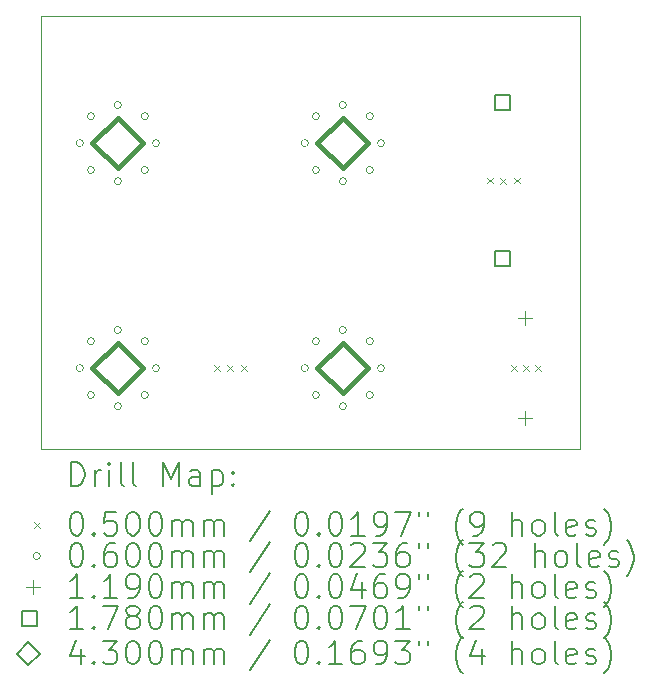
<source format=gbr>
%TF.GenerationSoftware,KiCad,Pcbnew,9.0.0-1.fc40*%
%TF.CreationDate,2025-03-13T13:35:05-07:00*%
%TF.ProjectId,HearingAidBattery-Holder,48656172-696e-4674-9169-644261747465,1.0*%
%TF.SameCoordinates,Original*%
%TF.FileFunction,Drillmap*%
%TF.FilePolarity,Positive*%
%FSLAX45Y45*%
G04 Gerber Fmt 4.5, Leading zero omitted, Abs format (unit mm)*
G04 Created by KiCad (PCBNEW 9.0.0-1.fc40) date 2025-03-13 13:35:05*
%MOMM*%
%LPD*%
G01*
G04 APERTURE LIST*
%ADD10C,0.050000*%
%ADD11C,0.200000*%
%ADD12C,0.100000*%
%ADD13C,0.119000*%
%ADD14C,0.178000*%
%ADD15C,0.430000*%
G04 APERTURE END LIST*
D10*
X9505600Y-6800000D02*
X14071600Y-6800000D01*
X14071600Y-10464000D01*
X9505600Y-10464000D01*
X9505600Y-6800000D01*
D11*
D12*
X10973200Y-9754000D02*
X11023200Y-9804000D01*
X11023200Y-9754000D02*
X10973200Y-9804000D01*
X11087500Y-9754000D02*
X11137500Y-9804000D01*
X11137500Y-9754000D02*
X11087500Y-9804000D01*
X11201800Y-9754000D02*
X11251800Y-9804000D01*
X11251800Y-9754000D02*
X11201800Y-9804000D01*
X13284600Y-8166500D02*
X13334600Y-8216500D01*
X13334600Y-8166500D02*
X13284600Y-8216500D01*
X13392779Y-8167058D02*
X13442779Y-8217058D01*
X13442779Y-8167058D02*
X13392779Y-8217058D01*
X13487800Y-9754000D02*
X13537800Y-9804000D01*
X13537800Y-9754000D02*
X13487800Y-9804000D01*
X13513200Y-8166500D02*
X13563200Y-8216500D01*
X13563200Y-8166500D02*
X13513200Y-8216500D01*
X13589400Y-9754000D02*
X13639400Y-9804000D01*
X13639400Y-9754000D02*
X13589400Y-9804000D01*
X13691000Y-9754000D02*
X13741000Y-9804000D01*
X13741000Y-9754000D02*
X13691000Y-9804000D01*
X9867500Y-7874558D02*
G75*
G02*
X9807500Y-7874558I-30000J0D01*
G01*
X9807500Y-7874558D02*
G75*
G02*
X9867500Y-7874558I30000J0D01*
G01*
X9867500Y-9779558D02*
G75*
G02*
X9807500Y-9779558I-30000J0D01*
G01*
X9807500Y-9779558D02*
G75*
G02*
X9867500Y-9779558I30000J0D01*
G01*
X9961958Y-7646516D02*
G75*
G02*
X9901958Y-7646516I-30000J0D01*
G01*
X9901958Y-7646516D02*
G75*
G02*
X9961958Y-7646516I30000J0D01*
G01*
X9961958Y-8102600D02*
G75*
G02*
X9901958Y-8102600I-30000J0D01*
G01*
X9901958Y-8102600D02*
G75*
G02*
X9961958Y-8102600I30000J0D01*
G01*
X9961958Y-9551516D02*
G75*
G02*
X9901958Y-9551516I-30000J0D01*
G01*
X9901958Y-9551516D02*
G75*
G02*
X9961958Y-9551516I30000J0D01*
G01*
X9961958Y-10007600D02*
G75*
G02*
X9901958Y-10007600I-30000J0D01*
G01*
X9901958Y-10007600D02*
G75*
G02*
X9961958Y-10007600I30000J0D01*
G01*
X10190000Y-7552058D02*
G75*
G02*
X10130000Y-7552058I-30000J0D01*
G01*
X10130000Y-7552058D02*
G75*
G02*
X10190000Y-7552058I30000J0D01*
G01*
X10190000Y-8197058D02*
G75*
G02*
X10130000Y-8197058I-30000J0D01*
G01*
X10130000Y-8197058D02*
G75*
G02*
X10190000Y-8197058I30000J0D01*
G01*
X10190000Y-9457058D02*
G75*
G02*
X10130000Y-9457058I-30000J0D01*
G01*
X10130000Y-9457058D02*
G75*
G02*
X10190000Y-9457058I30000J0D01*
G01*
X10190000Y-10102058D02*
G75*
G02*
X10130000Y-10102058I-30000J0D01*
G01*
X10130000Y-10102058D02*
G75*
G02*
X10190000Y-10102058I30000J0D01*
G01*
X10418042Y-7646516D02*
G75*
G02*
X10358042Y-7646516I-30000J0D01*
G01*
X10358042Y-7646516D02*
G75*
G02*
X10418042Y-7646516I30000J0D01*
G01*
X10418042Y-8102600D02*
G75*
G02*
X10358042Y-8102600I-30000J0D01*
G01*
X10358042Y-8102600D02*
G75*
G02*
X10418042Y-8102600I30000J0D01*
G01*
X10418042Y-9551516D02*
G75*
G02*
X10358042Y-9551516I-30000J0D01*
G01*
X10358042Y-9551516D02*
G75*
G02*
X10418042Y-9551516I30000J0D01*
G01*
X10418042Y-10007600D02*
G75*
G02*
X10358042Y-10007600I-30000J0D01*
G01*
X10358042Y-10007600D02*
G75*
G02*
X10418042Y-10007600I30000J0D01*
G01*
X10512500Y-7874558D02*
G75*
G02*
X10452500Y-7874558I-30000J0D01*
G01*
X10452500Y-7874558D02*
G75*
G02*
X10512500Y-7874558I30000J0D01*
G01*
X10512500Y-9779558D02*
G75*
G02*
X10452500Y-9779558I-30000J0D01*
G01*
X10452500Y-9779558D02*
G75*
G02*
X10512500Y-9779558I30000J0D01*
G01*
X11772500Y-7874558D02*
G75*
G02*
X11712500Y-7874558I-30000J0D01*
G01*
X11712500Y-7874558D02*
G75*
G02*
X11772500Y-7874558I30000J0D01*
G01*
X11772500Y-9779558D02*
G75*
G02*
X11712500Y-9779558I-30000J0D01*
G01*
X11712500Y-9779558D02*
G75*
G02*
X11772500Y-9779558I30000J0D01*
G01*
X11866958Y-7646516D02*
G75*
G02*
X11806958Y-7646516I-30000J0D01*
G01*
X11806958Y-7646516D02*
G75*
G02*
X11866958Y-7646516I30000J0D01*
G01*
X11866958Y-8102600D02*
G75*
G02*
X11806958Y-8102600I-30000J0D01*
G01*
X11806958Y-8102600D02*
G75*
G02*
X11866958Y-8102600I30000J0D01*
G01*
X11866958Y-9551516D02*
G75*
G02*
X11806958Y-9551516I-30000J0D01*
G01*
X11806958Y-9551516D02*
G75*
G02*
X11866958Y-9551516I30000J0D01*
G01*
X11866958Y-10007600D02*
G75*
G02*
X11806958Y-10007600I-30000J0D01*
G01*
X11806958Y-10007600D02*
G75*
G02*
X11866958Y-10007600I30000J0D01*
G01*
X12095000Y-7552058D02*
G75*
G02*
X12035000Y-7552058I-30000J0D01*
G01*
X12035000Y-7552058D02*
G75*
G02*
X12095000Y-7552058I30000J0D01*
G01*
X12095000Y-8197058D02*
G75*
G02*
X12035000Y-8197058I-30000J0D01*
G01*
X12035000Y-8197058D02*
G75*
G02*
X12095000Y-8197058I30000J0D01*
G01*
X12095000Y-9457058D02*
G75*
G02*
X12035000Y-9457058I-30000J0D01*
G01*
X12035000Y-9457058D02*
G75*
G02*
X12095000Y-9457058I30000J0D01*
G01*
X12095000Y-10102058D02*
G75*
G02*
X12035000Y-10102058I-30000J0D01*
G01*
X12035000Y-10102058D02*
G75*
G02*
X12095000Y-10102058I30000J0D01*
G01*
X12323042Y-7646516D02*
G75*
G02*
X12263042Y-7646516I-30000J0D01*
G01*
X12263042Y-7646516D02*
G75*
G02*
X12323042Y-7646516I30000J0D01*
G01*
X12323042Y-8102600D02*
G75*
G02*
X12263042Y-8102600I-30000J0D01*
G01*
X12263042Y-8102600D02*
G75*
G02*
X12323042Y-8102600I30000J0D01*
G01*
X12323042Y-9551516D02*
G75*
G02*
X12263042Y-9551516I-30000J0D01*
G01*
X12263042Y-9551516D02*
G75*
G02*
X12323042Y-9551516I30000J0D01*
G01*
X12323042Y-10007600D02*
G75*
G02*
X12263042Y-10007600I-30000J0D01*
G01*
X12263042Y-10007600D02*
G75*
G02*
X12323042Y-10007600I30000J0D01*
G01*
X12417500Y-7874558D02*
G75*
G02*
X12357500Y-7874558I-30000J0D01*
G01*
X12357500Y-7874558D02*
G75*
G02*
X12417500Y-7874558I30000J0D01*
G01*
X12417500Y-9779558D02*
G75*
G02*
X12357500Y-9779558I-30000J0D01*
G01*
X12357500Y-9779558D02*
G75*
G02*
X12417500Y-9779558I30000J0D01*
G01*
D13*
X13608279Y-9292442D02*
X13608279Y-9411442D01*
X13548779Y-9351942D02*
X13667779Y-9351942D01*
X13608279Y-10145442D02*
X13608279Y-10264442D01*
X13548779Y-10204942D02*
X13667779Y-10204942D01*
D14*
X13480712Y-7594491D02*
X13480712Y-7468625D01*
X13354846Y-7468625D01*
X13354846Y-7594491D01*
X13480712Y-7594491D01*
X13480712Y-8915491D02*
X13480712Y-8789625D01*
X13354846Y-8789625D01*
X13354846Y-8915491D01*
X13480712Y-8915491D01*
D15*
X10160000Y-8089558D02*
X10375000Y-7874558D01*
X10160000Y-7659558D01*
X9945000Y-7874558D01*
X10160000Y-8089558D01*
X10160000Y-9994558D02*
X10375000Y-9779558D01*
X10160000Y-9564558D01*
X9945000Y-9779558D01*
X10160000Y-9994558D01*
X12065000Y-8089558D02*
X12280000Y-7874558D01*
X12065000Y-7659558D01*
X11850000Y-7874558D01*
X12065000Y-8089558D01*
X12065000Y-9994558D02*
X12280000Y-9779558D01*
X12065000Y-9564558D01*
X11850000Y-9779558D01*
X12065000Y-9994558D01*
D11*
X9763877Y-10777984D02*
X9763877Y-10577984D01*
X9763877Y-10577984D02*
X9811496Y-10577984D01*
X9811496Y-10577984D02*
X9840067Y-10587508D01*
X9840067Y-10587508D02*
X9859115Y-10606555D01*
X9859115Y-10606555D02*
X9868639Y-10625603D01*
X9868639Y-10625603D02*
X9878163Y-10663698D01*
X9878163Y-10663698D02*
X9878163Y-10692270D01*
X9878163Y-10692270D02*
X9868639Y-10730365D01*
X9868639Y-10730365D02*
X9859115Y-10749412D01*
X9859115Y-10749412D02*
X9840067Y-10768460D01*
X9840067Y-10768460D02*
X9811496Y-10777984D01*
X9811496Y-10777984D02*
X9763877Y-10777984D01*
X9963877Y-10777984D02*
X9963877Y-10644650D01*
X9963877Y-10682746D02*
X9973401Y-10663698D01*
X9973401Y-10663698D02*
X9982924Y-10654174D01*
X9982924Y-10654174D02*
X10001972Y-10644650D01*
X10001972Y-10644650D02*
X10021020Y-10644650D01*
X10087686Y-10777984D02*
X10087686Y-10644650D01*
X10087686Y-10577984D02*
X10078163Y-10587508D01*
X10078163Y-10587508D02*
X10087686Y-10597031D01*
X10087686Y-10597031D02*
X10097210Y-10587508D01*
X10097210Y-10587508D02*
X10087686Y-10577984D01*
X10087686Y-10577984D02*
X10087686Y-10597031D01*
X10211496Y-10777984D02*
X10192448Y-10768460D01*
X10192448Y-10768460D02*
X10182924Y-10749412D01*
X10182924Y-10749412D02*
X10182924Y-10577984D01*
X10316258Y-10777984D02*
X10297210Y-10768460D01*
X10297210Y-10768460D02*
X10287686Y-10749412D01*
X10287686Y-10749412D02*
X10287686Y-10577984D01*
X10544829Y-10777984D02*
X10544829Y-10577984D01*
X10544829Y-10577984D02*
X10611496Y-10720841D01*
X10611496Y-10720841D02*
X10678163Y-10577984D01*
X10678163Y-10577984D02*
X10678163Y-10777984D01*
X10859115Y-10777984D02*
X10859115Y-10673222D01*
X10859115Y-10673222D02*
X10849591Y-10654174D01*
X10849591Y-10654174D02*
X10830544Y-10644650D01*
X10830544Y-10644650D02*
X10792448Y-10644650D01*
X10792448Y-10644650D02*
X10773401Y-10654174D01*
X10859115Y-10768460D02*
X10840067Y-10777984D01*
X10840067Y-10777984D02*
X10792448Y-10777984D01*
X10792448Y-10777984D02*
X10773401Y-10768460D01*
X10773401Y-10768460D02*
X10763877Y-10749412D01*
X10763877Y-10749412D02*
X10763877Y-10730365D01*
X10763877Y-10730365D02*
X10773401Y-10711317D01*
X10773401Y-10711317D02*
X10792448Y-10701793D01*
X10792448Y-10701793D02*
X10840067Y-10701793D01*
X10840067Y-10701793D02*
X10859115Y-10692270D01*
X10954353Y-10644650D02*
X10954353Y-10844650D01*
X10954353Y-10654174D02*
X10973401Y-10644650D01*
X10973401Y-10644650D02*
X11011496Y-10644650D01*
X11011496Y-10644650D02*
X11030544Y-10654174D01*
X11030544Y-10654174D02*
X11040067Y-10663698D01*
X11040067Y-10663698D02*
X11049591Y-10682746D01*
X11049591Y-10682746D02*
X11049591Y-10739889D01*
X11049591Y-10739889D02*
X11040067Y-10758936D01*
X11040067Y-10758936D02*
X11030544Y-10768460D01*
X11030544Y-10768460D02*
X11011496Y-10777984D01*
X11011496Y-10777984D02*
X10973401Y-10777984D01*
X10973401Y-10777984D02*
X10954353Y-10768460D01*
X11135305Y-10758936D02*
X11144829Y-10768460D01*
X11144829Y-10768460D02*
X11135305Y-10777984D01*
X11135305Y-10777984D02*
X11125782Y-10768460D01*
X11125782Y-10768460D02*
X11135305Y-10758936D01*
X11135305Y-10758936D02*
X11135305Y-10777984D01*
X11135305Y-10654174D02*
X11144829Y-10663698D01*
X11144829Y-10663698D02*
X11135305Y-10673222D01*
X11135305Y-10673222D02*
X11125782Y-10663698D01*
X11125782Y-10663698D02*
X11135305Y-10654174D01*
X11135305Y-10654174D02*
X11135305Y-10673222D01*
D12*
X9453100Y-11081500D02*
X9503100Y-11131500D01*
X9503100Y-11081500D02*
X9453100Y-11131500D01*
D11*
X9801972Y-10997984D02*
X9821020Y-10997984D01*
X9821020Y-10997984D02*
X9840067Y-11007508D01*
X9840067Y-11007508D02*
X9849591Y-11017031D01*
X9849591Y-11017031D02*
X9859115Y-11036079D01*
X9859115Y-11036079D02*
X9868639Y-11074174D01*
X9868639Y-11074174D02*
X9868639Y-11121793D01*
X9868639Y-11121793D02*
X9859115Y-11159889D01*
X9859115Y-11159889D02*
X9849591Y-11178936D01*
X9849591Y-11178936D02*
X9840067Y-11188460D01*
X9840067Y-11188460D02*
X9821020Y-11197984D01*
X9821020Y-11197984D02*
X9801972Y-11197984D01*
X9801972Y-11197984D02*
X9782924Y-11188460D01*
X9782924Y-11188460D02*
X9773401Y-11178936D01*
X9773401Y-11178936D02*
X9763877Y-11159889D01*
X9763877Y-11159889D02*
X9754353Y-11121793D01*
X9754353Y-11121793D02*
X9754353Y-11074174D01*
X9754353Y-11074174D02*
X9763877Y-11036079D01*
X9763877Y-11036079D02*
X9773401Y-11017031D01*
X9773401Y-11017031D02*
X9782924Y-11007508D01*
X9782924Y-11007508D02*
X9801972Y-10997984D01*
X9954353Y-11178936D02*
X9963877Y-11188460D01*
X9963877Y-11188460D02*
X9954353Y-11197984D01*
X9954353Y-11197984D02*
X9944829Y-11188460D01*
X9944829Y-11188460D02*
X9954353Y-11178936D01*
X9954353Y-11178936D02*
X9954353Y-11197984D01*
X10144829Y-10997984D02*
X10049591Y-10997984D01*
X10049591Y-10997984D02*
X10040067Y-11093222D01*
X10040067Y-11093222D02*
X10049591Y-11083698D01*
X10049591Y-11083698D02*
X10068639Y-11074174D01*
X10068639Y-11074174D02*
X10116258Y-11074174D01*
X10116258Y-11074174D02*
X10135305Y-11083698D01*
X10135305Y-11083698D02*
X10144829Y-11093222D01*
X10144829Y-11093222D02*
X10154353Y-11112270D01*
X10154353Y-11112270D02*
X10154353Y-11159889D01*
X10154353Y-11159889D02*
X10144829Y-11178936D01*
X10144829Y-11178936D02*
X10135305Y-11188460D01*
X10135305Y-11188460D02*
X10116258Y-11197984D01*
X10116258Y-11197984D02*
X10068639Y-11197984D01*
X10068639Y-11197984D02*
X10049591Y-11188460D01*
X10049591Y-11188460D02*
X10040067Y-11178936D01*
X10278163Y-10997984D02*
X10297210Y-10997984D01*
X10297210Y-10997984D02*
X10316258Y-11007508D01*
X10316258Y-11007508D02*
X10325782Y-11017031D01*
X10325782Y-11017031D02*
X10335305Y-11036079D01*
X10335305Y-11036079D02*
X10344829Y-11074174D01*
X10344829Y-11074174D02*
X10344829Y-11121793D01*
X10344829Y-11121793D02*
X10335305Y-11159889D01*
X10335305Y-11159889D02*
X10325782Y-11178936D01*
X10325782Y-11178936D02*
X10316258Y-11188460D01*
X10316258Y-11188460D02*
X10297210Y-11197984D01*
X10297210Y-11197984D02*
X10278163Y-11197984D01*
X10278163Y-11197984D02*
X10259115Y-11188460D01*
X10259115Y-11188460D02*
X10249591Y-11178936D01*
X10249591Y-11178936D02*
X10240067Y-11159889D01*
X10240067Y-11159889D02*
X10230544Y-11121793D01*
X10230544Y-11121793D02*
X10230544Y-11074174D01*
X10230544Y-11074174D02*
X10240067Y-11036079D01*
X10240067Y-11036079D02*
X10249591Y-11017031D01*
X10249591Y-11017031D02*
X10259115Y-11007508D01*
X10259115Y-11007508D02*
X10278163Y-10997984D01*
X10468639Y-10997984D02*
X10487686Y-10997984D01*
X10487686Y-10997984D02*
X10506734Y-11007508D01*
X10506734Y-11007508D02*
X10516258Y-11017031D01*
X10516258Y-11017031D02*
X10525782Y-11036079D01*
X10525782Y-11036079D02*
X10535305Y-11074174D01*
X10535305Y-11074174D02*
X10535305Y-11121793D01*
X10535305Y-11121793D02*
X10525782Y-11159889D01*
X10525782Y-11159889D02*
X10516258Y-11178936D01*
X10516258Y-11178936D02*
X10506734Y-11188460D01*
X10506734Y-11188460D02*
X10487686Y-11197984D01*
X10487686Y-11197984D02*
X10468639Y-11197984D01*
X10468639Y-11197984D02*
X10449591Y-11188460D01*
X10449591Y-11188460D02*
X10440067Y-11178936D01*
X10440067Y-11178936D02*
X10430544Y-11159889D01*
X10430544Y-11159889D02*
X10421020Y-11121793D01*
X10421020Y-11121793D02*
X10421020Y-11074174D01*
X10421020Y-11074174D02*
X10430544Y-11036079D01*
X10430544Y-11036079D02*
X10440067Y-11017031D01*
X10440067Y-11017031D02*
X10449591Y-11007508D01*
X10449591Y-11007508D02*
X10468639Y-10997984D01*
X10621020Y-11197984D02*
X10621020Y-11064650D01*
X10621020Y-11083698D02*
X10630544Y-11074174D01*
X10630544Y-11074174D02*
X10649591Y-11064650D01*
X10649591Y-11064650D02*
X10678163Y-11064650D01*
X10678163Y-11064650D02*
X10697210Y-11074174D01*
X10697210Y-11074174D02*
X10706734Y-11093222D01*
X10706734Y-11093222D02*
X10706734Y-11197984D01*
X10706734Y-11093222D02*
X10716258Y-11074174D01*
X10716258Y-11074174D02*
X10735305Y-11064650D01*
X10735305Y-11064650D02*
X10763877Y-11064650D01*
X10763877Y-11064650D02*
X10782925Y-11074174D01*
X10782925Y-11074174D02*
X10792448Y-11093222D01*
X10792448Y-11093222D02*
X10792448Y-11197984D01*
X10887686Y-11197984D02*
X10887686Y-11064650D01*
X10887686Y-11083698D02*
X10897210Y-11074174D01*
X10897210Y-11074174D02*
X10916258Y-11064650D01*
X10916258Y-11064650D02*
X10944829Y-11064650D01*
X10944829Y-11064650D02*
X10963877Y-11074174D01*
X10963877Y-11074174D02*
X10973401Y-11093222D01*
X10973401Y-11093222D02*
X10973401Y-11197984D01*
X10973401Y-11093222D02*
X10982925Y-11074174D01*
X10982925Y-11074174D02*
X11001972Y-11064650D01*
X11001972Y-11064650D02*
X11030544Y-11064650D01*
X11030544Y-11064650D02*
X11049591Y-11074174D01*
X11049591Y-11074174D02*
X11059115Y-11093222D01*
X11059115Y-11093222D02*
X11059115Y-11197984D01*
X11449591Y-10988460D02*
X11278163Y-11245603D01*
X11706734Y-10997984D02*
X11725782Y-10997984D01*
X11725782Y-10997984D02*
X11744829Y-11007508D01*
X11744829Y-11007508D02*
X11754353Y-11017031D01*
X11754353Y-11017031D02*
X11763877Y-11036079D01*
X11763877Y-11036079D02*
X11773401Y-11074174D01*
X11773401Y-11074174D02*
X11773401Y-11121793D01*
X11773401Y-11121793D02*
X11763877Y-11159889D01*
X11763877Y-11159889D02*
X11754353Y-11178936D01*
X11754353Y-11178936D02*
X11744829Y-11188460D01*
X11744829Y-11188460D02*
X11725782Y-11197984D01*
X11725782Y-11197984D02*
X11706734Y-11197984D01*
X11706734Y-11197984D02*
X11687686Y-11188460D01*
X11687686Y-11188460D02*
X11678163Y-11178936D01*
X11678163Y-11178936D02*
X11668639Y-11159889D01*
X11668639Y-11159889D02*
X11659115Y-11121793D01*
X11659115Y-11121793D02*
X11659115Y-11074174D01*
X11659115Y-11074174D02*
X11668639Y-11036079D01*
X11668639Y-11036079D02*
X11678163Y-11017031D01*
X11678163Y-11017031D02*
X11687686Y-11007508D01*
X11687686Y-11007508D02*
X11706734Y-10997984D01*
X11859115Y-11178936D02*
X11868639Y-11188460D01*
X11868639Y-11188460D02*
X11859115Y-11197984D01*
X11859115Y-11197984D02*
X11849591Y-11188460D01*
X11849591Y-11188460D02*
X11859115Y-11178936D01*
X11859115Y-11178936D02*
X11859115Y-11197984D01*
X11992448Y-10997984D02*
X12011496Y-10997984D01*
X12011496Y-10997984D02*
X12030544Y-11007508D01*
X12030544Y-11007508D02*
X12040067Y-11017031D01*
X12040067Y-11017031D02*
X12049591Y-11036079D01*
X12049591Y-11036079D02*
X12059115Y-11074174D01*
X12059115Y-11074174D02*
X12059115Y-11121793D01*
X12059115Y-11121793D02*
X12049591Y-11159889D01*
X12049591Y-11159889D02*
X12040067Y-11178936D01*
X12040067Y-11178936D02*
X12030544Y-11188460D01*
X12030544Y-11188460D02*
X12011496Y-11197984D01*
X12011496Y-11197984D02*
X11992448Y-11197984D01*
X11992448Y-11197984D02*
X11973401Y-11188460D01*
X11973401Y-11188460D02*
X11963877Y-11178936D01*
X11963877Y-11178936D02*
X11954353Y-11159889D01*
X11954353Y-11159889D02*
X11944829Y-11121793D01*
X11944829Y-11121793D02*
X11944829Y-11074174D01*
X11944829Y-11074174D02*
X11954353Y-11036079D01*
X11954353Y-11036079D02*
X11963877Y-11017031D01*
X11963877Y-11017031D02*
X11973401Y-11007508D01*
X11973401Y-11007508D02*
X11992448Y-10997984D01*
X12249591Y-11197984D02*
X12135306Y-11197984D01*
X12192448Y-11197984D02*
X12192448Y-10997984D01*
X12192448Y-10997984D02*
X12173401Y-11026555D01*
X12173401Y-11026555D02*
X12154353Y-11045603D01*
X12154353Y-11045603D02*
X12135306Y-11055127D01*
X12344829Y-11197984D02*
X12382925Y-11197984D01*
X12382925Y-11197984D02*
X12401972Y-11188460D01*
X12401972Y-11188460D02*
X12411496Y-11178936D01*
X12411496Y-11178936D02*
X12430544Y-11150365D01*
X12430544Y-11150365D02*
X12440067Y-11112270D01*
X12440067Y-11112270D02*
X12440067Y-11036079D01*
X12440067Y-11036079D02*
X12430544Y-11017031D01*
X12430544Y-11017031D02*
X12421020Y-11007508D01*
X12421020Y-11007508D02*
X12401972Y-10997984D01*
X12401972Y-10997984D02*
X12363877Y-10997984D01*
X12363877Y-10997984D02*
X12344829Y-11007508D01*
X12344829Y-11007508D02*
X12335306Y-11017031D01*
X12335306Y-11017031D02*
X12325782Y-11036079D01*
X12325782Y-11036079D02*
X12325782Y-11083698D01*
X12325782Y-11083698D02*
X12335306Y-11102746D01*
X12335306Y-11102746D02*
X12344829Y-11112270D01*
X12344829Y-11112270D02*
X12363877Y-11121793D01*
X12363877Y-11121793D02*
X12401972Y-11121793D01*
X12401972Y-11121793D02*
X12421020Y-11112270D01*
X12421020Y-11112270D02*
X12430544Y-11102746D01*
X12430544Y-11102746D02*
X12440067Y-11083698D01*
X12506734Y-10997984D02*
X12640067Y-10997984D01*
X12640067Y-10997984D02*
X12554353Y-11197984D01*
X12706734Y-10997984D02*
X12706734Y-11036079D01*
X12782925Y-10997984D02*
X12782925Y-11036079D01*
X13078163Y-11274174D02*
X13068639Y-11264650D01*
X13068639Y-11264650D02*
X13049591Y-11236079D01*
X13049591Y-11236079D02*
X13040068Y-11217031D01*
X13040068Y-11217031D02*
X13030544Y-11188460D01*
X13030544Y-11188460D02*
X13021020Y-11140841D01*
X13021020Y-11140841D02*
X13021020Y-11102746D01*
X13021020Y-11102746D02*
X13030544Y-11055127D01*
X13030544Y-11055127D02*
X13040068Y-11026555D01*
X13040068Y-11026555D02*
X13049591Y-11007508D01*
X13049591Y-11007508D02*
X13068639Y-10978936D01*
X13068639Y-10978936D02*
X13078163Y-10969412D01*
X13163877Y-11197984D02*
X13201972Y-11197984D01*
X13201972Y-11197984D02*
X13221020Y-11188460D01*
X13221020Y-11188460D02*
X13230544Y-11178936D01*
X13230544Y-11178936D02*
X13249591Y-11150365D01*
X13249591Y-11150365D02*
X13259115Y-11112270D01*
X13259115Y-11112270D02*
X13259115Y-11036079D01*
X13259115Y-11036079D02*
X13249591Y-11017031D01*
X13249591Y-11017031D02*
X13240068Y-11007508D01*
X13240068Y-11007508D02*
X13221020Y-10997984D01*
X13221020Y-10997984D02*
X13182925Y-10997984D01*
X13182925Y-10997984D02*
X13163877Y-11007508D01*
X13163877Y-11007508D02*
X13154353Y-11017031D01*
X13154353Y-11017031D02*
X13144829Y-11036079D01*
X13144829Y-11036079D02*
X13144829Y-11083698D01*
X13144829Y-11083698D02*
X13154353Y-11102746D01*
X13154353Y-11102746D02*
X13163877Y-11112270D01*
X13163877Y-11112270D02*
X13182925Y-11121793D01*
X13182925Y-11121793D02*
X13221020Y-11121793D01*
X13221020Y-11121793D02*
X13240068Y-11112270D01*
X13240068Y-11112270D02*
X13249591Y-11102746D01*
X13249591Y-11102746D02*
X13259115Y-11083698D01*
X13497210Y-11197984D02*
X13497210Y-10997984D01*
X13582925Y-11197984D02*
X13582925Y-11093222D01*
X13582925Y-11093222D02*
X13573401Y-11074174D01*
X13573401Y-11074174D02*
X13554353Y-11064650D01*
X13554353Y-11064650D02*
X13525782Y-11064650D01*
X13525782Y-11064650D02*
X13506734Y-11074174D01*
X13506734Y-11074174D02*
X13497210Y-11083698D01*
X13706734Y-11197984D02*
X13687687Y-11188460D01*
X13687687Y-11188460D02*
X13678163Y-11178936D01*
X13678163Y-11178936D02*
X13668639Y-11159889D01*
X13668639Y-11159889D02*
X13668639Y-11102746D01*
X13668639Y-11102746D02*
X13678163Y-11083698D01*
X13678163Y-11083698D02*
X13687687Y-11074174D01*
X13687687Y-11074174D02*
X13706734Y-11064650D01*
X13706734Y-11064650D02*
X13735306Y-11064650D01*
X13735306Y-11064650D02*
X13754353Y-11074174D01*
X13754353Y-11074174D02*
X13763877Y-11083698D01*
X13763877Y-11083698D02*
X13773401Y-11102746D01*
X13773401Y-11102746D02*
X13773401Y-11159889D01*
X13773401Y-11159889D02*
X13763877Y-11178936D01*
X13763877Y-11178936D02*
X13754353Y-11188460D01*
X13754353Y-11188460D02*
X13735306Y-11197984D01*
X13735306Y-11197984D02*
X13706734Y-11197984D01*
X13887687Y-11197984D02*
X13868639Y-11188460D01*
X13868639Y-11188460D02*
X13859115Y-11169412D01*
X13859115Y-11169412D02*
X13859115Y-10997984D01*
X14040068Y-11188460D02*
X14021020Y-11197984D01*
X14021020Y-11197984D02*
X13982925Y-11197984D01*
X13982925Y-11197984D02*
X13963877Y-11188460D01*
X13963877Y-11188460D02*
X13954353Y-11169412D01*
X13954353Y-11169412D02*
X13954353Y-11093222D01*
X13954353Y-11093222D02*
X13963877Y-11074174D01*
X13963877Y-11074174D02*
X13982925Y-11064650D01*
X13982925Y-11064650D02*
X14021020Y-11064650D01*
X14021020Y-11064650D02*
X14040068Y-11074174D01*
X14040068Y-11074174D02*
X14049591Y-11093222D01*
X14049591Y-11093222D02*
X14049591Y-11112270D01*
X14049591Y-11112270D02*
X13954353Y-11131317D01*
X14125782Y-11188460D02*
X14144830Y-11197984D01*
X14144830Y-11197984D02*
X14182925Y-11197984D01*
X14182925Y-11197984D02*
X14201972Y-11188460D01*
X14201972Y-11188460D02*
X14211496Y-11169412D01*
X14211496Y-11169412D02*
X14211496Y-11159889D01*
X14211496Y-11159889D02*
X14201972Y-11140841D01*
X14201972Y-11140841D02*
X14182925Y-11131317D01*
X14182925Y-11131317D02*
X14154353Y-11131317D01*
X14154353Y-11131317D02*
X14135306Y-11121793D01*
X14135306Y-11121793D02*
X14125782Y-11102746D01*
X14125782Y-11102746D02*
X14125782Y-11093222D01*
X14125782Y-11093222D02*
X14135306Y-11074174D01*
X14135306Y-11074174D02*
X14154353Y-11064650D01*
X14154353Y-11064650D02*
X14182925Y-11064650D01*
X14182925Y-11064650D02*
X14201972Y-11074174D01*
X14278163Y-11274174D02*
X14287687Y-11264650D01*
X14287687Y-11264650D02*
X14306734Y-11236079D01*
X14306734Y-11236079D02*
X14316258Y-11217031D01*
X14316258Y-11217031D02*
X14325782Y-11188460D01*
X14325782Y-11188460D02*
X14335306Y-11140841D01*
X14335306Y-11140841D02*
X14335306Y-11102746D01*
X14335306Y-11102746D02*
X14325782Y-11055127D01*
X14325782Y-11055127D02*
X14316258Y-11026555D01*
X14316258Y-11026555D02*
X14306734Y-11007508D01*
X14306734Y-11007508D02*
X14287687Y-10978936D01*
X14287687Y-10978936D02*
X14278163Y-10969412D01*
D12*
X9503100Y-11370500D02*
G75*
G02*
X9443100Y-11370500I-30000J0D01*
G01*
X9443100Y-11370500D02*
G75*
G02*
X9503100Y-11370500I30000J0D01*
G01*
D11*
X9801972Y-11261984D02*
X9821020Y-11261984D01*
X9821020Y-11261984D02*
X9840067Y-11271508D01*
X9840067Y-11271508D02*
X9849591Y-11281031D01*
X9849591Y-11281031D02*
X9859115Y-11300079D01*
X9859115Y-11300079D02*
X9868639Y-11338174D01*
X9868639Y-11338174D02*
X9868639Y-11385793D01*
X9868639Y-11385793D02*
X9859115Y-11423888D01*
X9859115Y-11423888D02*
X9849591Y-11442936D01*
X9849591Y-11442936D02*
X9840067Y-11452460D01*
X9840067Y-11452460D02*
X9821020Y-11461984D01*
X9821020Y-11461984D02*
X9801972Y-11461984D01*
X9801972Y-11461984D02*
X9782924Y-11452460D01*
X9782924Y-11452460D02*
X9773401Y-11442936D01*
X9773401Y-11442936D02*
X9763877Y-11423888D01*
X9763877Y-11423888D02*
X9754353Y-11385793D01*
X9754353Y-11385793D02*
X9754353Y-11338174D01*
X9754353Y-11338174D02*
X9763877Y-11300079D01*
X9763877Y-11300079D02*
X9773401Y-11281031D01*
X9773401Y-11281031D02*
X9782924Y-11271508D01*
X9782924Y-11271508D02*
X9801972Y-11261984D01*
X9954353Y-11442936D02*
X9963877Y-11452460D01*
X9963877Y-11452460D02*
X9954353Y-11461984D01*
X9954353Y-11461984D02*
X9944829Y-11452460D01*
X9944829Y-11452460D02*
X9954353Y-11442936D01*
X9954353Y-11442936D02*
X9954353Y-11461984D01*
X10135305Y-11261984D02*
X10097210Y-11261984D01*
X10097210Y-11261984D02*
X10078163Y-11271508D01*
X10078163Y-11271508D02*
X10068639Y-11281031D01*
X10068639Y-11281031D02*
X10049591Y-11309603D01*
X10049591Y-11309603D02*
X10040067Y-11347698D01*
X10040067Y-11347698D02*
X10040067Y-11423888D01*
X10040067Y-11423888D02*
X10049591Y-11442936D01*
X10049591Y-11442936D02*
X10059115Y-11452460D01*
X10059115Y-11452460D02*
X10078163Y-11461984D01*
X10078163Y-11461984D02*
X10116258Y-11461984D01*
X10116258Y-11461984D02*
X10135305Y-11452460D01*
X10135305Y-11452460D02*
X10144829Y-11442936D01*
X10144829Y-11442936D02*
X10154353Y-11423888D01*
X10154353Y-11423888D02*
X10154353Y-11376269D01*
X10154353Y-11376269D02*
X10144829Y-11357222D01*
X10144829Y-11357222D02*
X10135305Y-11347698D01*
X10135305Y-11347698D02*
X10116258Y-11338174D01*
X10116258Y-11338174D02*
X10078163Y-11338174D01*
X10078163Y-11338174D02*
X10059115Y-11347698D01*
X10059115Y-11347698D02*
X10049591Y-11357222D01*
X10049591Y-11357222D02*
X10040067Y-11376269D01*
X10278163Y-11261984D02*
X10297210Y-11261984D01*
X10297210Y-11261984D02*
X10316258Y-11271508D01*
X10316258Y-11271508D02*
X10325782Y-11281031D01*
X10325782Y-11281031D02*
X10335305Y-11300079D01*
X10335305Y-11300079D02*
X10344829Y-11338174D01*
X10344829Y-11338174D02*
X10344829Y-11385793D01*
X10344829Y-11385793D02*
X10335305Y-11423888D01*
X10335305Y-11423888D02*
X10325782Y-11442936D01*
X10325782Y-11442936D02*
X10316258Y-11452460D01*
X10316258Y-11452460D02*
X10297210Y-11461984D01*
X10297210Y-11461984D02*
X10278163Y-11461984D01*
X10278163Y-11461984D02*
X10259115Y-11452460D01*
X10259115Y-11452460D02*
X10249591Y-11442936D01*
X10249591Y-11442936D02*
X10240067Y-11423888D01*
X10240067Y-11423888D02*
X10230544Y-11385793D01*
X10230544Y-11385793D02*
X10230544Y-11338174D01*
X10230544Y-11338174D02*
X10240067Y-11300079D01*
X10240067Y-11300079D02*
X10249591Y-11281031D01*
X10249591Y-11281031D02*
X10259115Y-11271508D01*
X10259115Y-11271508D02*
X10278163Y-11261984D01*
X10468639Y-11261984D02*
X10487686Y-11261984D01*
X10487686Y-11261984D02*
X10506734Y-11271508D01*
X10506734Y-11271508D02*
X10516258Y-11281031D01*
X10516258Y-11281031D02*
X10525782Y-11300079D01*
X10525782Y-11300079D02*
X10535305Y-11338174D01*
X10535305Y-11338174D02*
X10535305Y-11385793D01*
X10535305Y-11385793D02*
X10525782Y-11423888D01*
X10525782Y-11423888D02*
X10516258Y-11442936D01*
X10516258Y-11442936D02*
X10506734Y-11452460D01*
X10506734Y-11452460D02*
X10487686Y-11461984D01*
X10487686Y-11461984D02*
X10468639Y-11461984D01*
X10468639Y-11461984D02*
X10449591Y-11452460D01*
X10449591Y-11452460D02*
X10440067Y-11442936D01*
X10440067Y-11442936D02*
X10430544Y-11423888D01*
X10430544Y-11423888D02*
X10421020Y-11385793D01*
X10421020Y-11385793D02*
X10421020Y-11338174D01*
X10421020Y-11338174D02*
X10430544Y-11300079D01*
X10430544Y-11300079D02*
X10440067Y-11281031D01*
X10440067Y-11281031D02*
X10449591Y-11271508D01*
X10449591Y-11271508D02*
X10468639Y-11261984D01*
X10621020Y-11461984D02*
X10621020Y-11328650D01*
X10621020Y-11347698D02*
X10630544Y-11338174D01*
X10630544Y-11338174D02*
X10649591Y-11328650D01*
X10649591Y-11328650D02*
X10678163Y-11328650D01*
X10678163Y-11328650D02*
X10697210Y-11338174D01*
X10697210Y-11338174D02*
X10706734Y-11357222D01*
X10706734Y-11357222D02*
X10706734Y-11461984D01*
X10706734Y-11357222D02*
X10716258Y-11338174D01*
X10716258Y-11338174D02*
X10735305Y-11328650D01*
X10735305Y-11328650D02*
X10763877Y-11328650D01*
X10763877Y-11328650D02*
X10782925Y-11338174D01*
X10782925Y-11338174D02*
X10792448Y-11357222D01*
X10792448Y-11357222D02*
X10792448Y-11461984D01*
X10887686Y-11461984D02*
X10887686Y-11328650D01*
X10887686Y-11347698D02*
X10897210Y-11338174D01*
X10897210Y-11338174D02*
X10916258Y-11328650D01*
X10916258Y-11328650D02*
X10944829Y-11328650D01*
X10944829Y-11328650D02*
X10963877Y-11338174D01*
X10963877Y-11338174D02*
X10973401Y-11357222D01*
X10973401Y-11357222D02*
X10973401Y-11461984D01*
X10973401Y-11357222D02*
X10982925Y-11338174D01*
X10982925Y-11338174D02*
X11001972Y-11328650D01*
X11001972Y-11328650D02*
X11030544Y-11328650D01*
X11030544Y-11328650D02*
X11049591Y-11338174D01*
X11049591Y-11338174D02*
X11059115Y-11357222D01*
X11059115Y-11357222D02*
X11059115Y-11461984D01*
X11449591Y-11252460D02*
X11278163Y-11509603D01*
X11706734Y-11261984D02*
X11725782Y-11261984D01*
X11725782Y-11261984D02*
X11744829Y-11271508D01*
X11744829Y-11271508D02*
X11754353Y-11281031D01*
X11754353Y-11281031D02*
X11763877Y-11300079D01*
X11763877Y-11300079D02*
X11773401Y-11338174D01*
X11773401Y-11338174D02*
X11773401Y-11385793D01*
X11773401Y-11385793D02*
X11763877Y-11423888D01*
X11763877Y-11423888D02*
X11754353Y-11442936D01*
X11754353Y-11442936D02*
X11744829Y-11452460D01*
X11744829Y-11452460D02*
X11725782Y-11461984D01*
X11725782Y-11461984D02*
X11706734Y-11461984D01*
X11706734Y-11461984D02*
X11687686Y-11452460D01*
X11687686Y-11452460D02*
X11678163Y-11442936D01*
X11678163Y-11442936D02*
X11668639Y-11423888D01*
X11668639Y-11423888D02*
X11659115Y-11385793D01*
X11659115Y-11385793D02*
X11659115Y-11338174D01*
X11659115Y-11338174D02*
X11668639Y-11300079D01*
X11668639Y-11300079D02*
X11678163Y-11281031D01*
X11678163Y-11281031D02*
X11687686Y-11271508D01*
X11687686Y-11271508D02*
X11706734Y-11261984D01*
X11859115Y-11442936D02*
X11868639Y-11452460D01*
X11868639Y-11452460D02*
X11859115Y-11461984D01*
X11859115Y-11461984D02*
X11849591Y-11452460D01*
X11849591Y-11452460D02*
X11859115Y-11442936D01*
X11859115Y-11442936D02*
X11859115Y-11461984D01*
X11992448Y-11261984D02*
X12011496Y-11261984D01*
X12011496Y-11261984D02*
X12030544Y-11271508D01*
X12030544Y-11271508D02*
X12040067Y-11281031D01*
X12040067Y-11281031D02*
X12049591Y-11300079D01*
X12049591Y-11300079D02*
X12059115Y-11338174D01*
X12059115Y-11338174D02*
X12059115Y-11385793D01*
X12059115Y-11385793D02*
X12049591Y-11423888D01*
X12049591Y-11423888D02*
X12040067Y-11442936D01*
X12040067Y-11442936D02*
X12030544Y-11452460D01*
X12030544Y-11452460D02*
X12011496Y-11461984D01*
X12011496Y-11461984D02*
X11992448Y-11461984D01*
X11992448Y-11461984D02*
X11973401Y-11452460D01*
X11973401Y-11452460D02*
X11963877Y-11442936D01*
X11963877Y-11442936D02*
X11954353Y-11423888D01*
X11954353Y-11423888D02*
X11944829Y-11385793D01*
X11944829Y-11385793D02*
X11944829Y-11338174D01*
X11944829Y-11338174D02*
X11954353Y-11300079D01*
X11954353Y-11300079D02*
X11963877Y-11281031D01*
X11963877Y-11281031D02*
X11973401Y-11271508D01*
X11973401Y-11271508D02*
X11992448Y-11261984D01*
X12135306Y-11281031D02*
X12144829Y-11271508D01*
X12144829Y-11271508D02*
X12163877Y-11261984D01*
X12163877Y-11261984D02*
X12211496Y-11261984D01*
X12211496Y-11261984D02*
X12230544Y-11271508D01*
X12230544Y-11271508D02*
X12240067Y-11281031D01*
X12240067Y-11281031D02*
X12249591Y-11300079D01*
X12249591Y-11300079D02*
X12249591Y-11319127D01*
X12249591Y-11319127D02*
X12240067Y-11347698D01*
X12240067Y-11347698D02*
X12125782Y-11461984D01*
X12125782Y-11461984D02*
X12249591Y-11461984D01*
X12316258Y-11261984D02*
X12440067Y-11261984D01*
X12440067Y-11261984D02*
X12373401Y-11338174D01*
X12373401Y-11338174D02*
X12401972Y-11338174D01*
X12401972Y-11338174D02*
X12421020Y-11347698D01*
X12421020Y-11347698D02*
X12430544Y-11357222D01*
X12430544Y-11357222D02*
X12440067Y-11376269D01*
X12440067Y-11376269D02*
X12440067Y-11423888D01*
X12440067Y-11423888D02*
X12430544Y-11442936D01*
X12430544Y-11442936D02*
X12421020Y-11452460D01*
X12421020Y-11452460D02*
X12401972Y-11461984D01*
X12401972Y-11461984D02*
X12344829Y-11461984D01*
X12344829Y-11461984D02*
X12325782Y-11452460D01*
X12325782Y-11452460D02*
X12316258Y-11442936D01*
X12611496Y-11261984D02*
X12573401Y-11261984D01*
X12573401Y-11261984D02*
X12554353Y-11271508D01*
X12554353Y-11271508D02*
X12544829Y-11281031D01*
X12544829Y-11281031D02*
X12525782Y-11309603D01*
X12525782Y-11309603D02*
X12516258Y-11347698D01*
X12516258Y-11347698D02*
X12516258Y-11423888D01*
X12516258Y-11423888D02*
X12525782Y-11442936D01*
X12525782Y-11442936D02*
X12535306Y-11452460D01*
X12535306Y-11452460D02*
X12554353Y-11461984D01*
X12554353Y-11461984D02*
X12592448Y-11461984D01*
X12592448Y-11461984D02*
X12611496Y-11452460D01*
X12611496Y-11452460D02*
X12621020Y-11442936D01*
X12621020Y-11442936D02*
X12630544Y-11423888D01*
X12630544Y-11423888D02*
X12630544Y-11376269D01*
X12630544Y-11376269D02*
X12621020Y-11357222D01*
X12621020Y-11357222D02*
X12611496Y-11347698D01*
X12611496Y-11347698D02*
X12592448Y-11338174D01*
X12592448Y-11338174D02*
X12554353Y-11338174D01*
X12554353Y-11338174D02*
X12535306Y-11347698D01*
X12535306Y-11347698D02*
X12525782Y-11357222D01*
X12525782Y-11357222D02*
X12516258Y-11376269D01*
X12706734Y-11261984D02*
X12706734Y-11300079D01*
X12782925Y-11261984D02*
X12782925Y-11300079D01*
X13078163Y-11538174D02*
X13068639Y-11528650D01*
X13068639Y-11528650D02*
X13049591Y-11500079D01*
X13049591Y-11500079D02*
X13040068Y-11481031D01*
X13040068Y-11481031D02*
X13030544Y-11452460D01*
X13030544Y-11452460D02*
X13021020Y-11404841D01*
X13021020Y-11404841D02*
X13021020Y-11366746D01*
X13021020Y-11366746D02*
X13030544Y-11319127D01*
X13030544Y-11319127D02*
X13040068Y-11290555D01*
X13040068Y-11290555D02*
X13049591Y-11271508D01*
X13049591Y-11271508D02*
X13068639Y-11242936D01*
X13068639Y-11242936D02*
X13078163Y-11233412D01*
X13135306Y-11261984D02*
X13259115Y-11261984D01*
X13259115Y-11261984D02*
X13192448Y-11338174D01*
X13192448Y-11338174D02*
X13221020Y-11338174D01*
X13221020Y-11338174D02*
X13240068Y-11347698D01*
X13240068Y-11347698D02*
X13249591Y-11357222D01*
X13249591Y-11357222D02*
X13259115Y-11376269D01*
X13259115Y-11376269D02*
X13259115Y-11423888D01*
X13259115Y-11423888D02*
X13249591Y-11442936D01*
X13249591Y-11442936D02*
X13240068Y-11452460D01*
X13240068Y-11452460D02*
X13221020Y-11461984D01*
X13221020Y-11461984D02*
X13163877Y-11461984D01*
X13163877Y-11461984D02*
X13144829Y-11452460D01*
X13144829Y-11452460D02*
X13135306Y-11442936D01*
X13335306Y-11281031D02*
X13344829Y-11271508D01*
X13344829Y-11271508D02*
X13363877Y-11261984D01*
X13363877Y-11261984D02*
X13411496Y-11261984D01*
X13411496Y-11261984D02*
X13430544Y-11271508D01*
X13430544Y-11271508D02*
X13440068Y-11281031D01*
X13440068Y-11281031D02*
X13449591Y-11300079D01*
X13449591Y-11300079D02*
X13449591Y-11319127D01*
X13449591Y-11319127D02*
X13440068Y-11347698D01*
X13440068Y-11347698D02*
X13325782Y-11461984D01*
X13325782Y-11461984D02*
X13449591Y-11461984D01*
X13687687Y-11461984D02*
X13687687Y-11261984D01*
X13773401Y-11461984D02*
X13773401Y-11357222D01*
X13773401Y-11357222D02*
X13763877Y-11338174D01*
X13763877Y-11338174D02*
X13744830Y-11328650D01*
X13744830Y-11328650D02*
X13716258Y-11328650D01*
X13716258Y-11328650D02*
X13697210Y-11338174D01*
X13697210Y-11338174D02*
X13687687Y-11347698D01*
X13897210Y-11461984D02*
X13878163Y-11452460D01*
X13878163Y-11452460D02*
X13868639Y-11442936D01*
X13868639Y-11442936D02*
X13859115Y-11423888D01*
X13859115Y-11423888D02*
X13859115Y-11366746D01*
X13859115Y-11366746D02*
X13868639Y-11347698D01*
X13868639Y-11347698D02*
X13878163Y-11338174D01*
X13878163Y-11338174D02*
X13897210Y-11328650D01*
X13897210Y-11328650D02*
X13925782Y-11328650D01*
X13925782Y-11328650D02*
X13944830Y-11338174D01*
X13944830Y-11338174D02*
X13954353Y-11347698D01*
X13954353Y-11347698D02*
X13963877Y-11366746D01*
X13963877Y-11366746D02*
X13963877Y-11423888D01*
X13963877Y-11423888D02*
X13954353Y-11442936D01*
X13954353Y-11442936D02*
X13944830Y-11452460D01*
X13944830Y-11452460D02*
X13925782Y-11461984D01*
X13925782Y-11461984D02*
X13897210Y-11461984D01*
X14078163Y-11461984D02*
X14059115Y-11452460D01*
X14059115Y-11452460D02*
X14049591Y-11433412D01*
X14049591Y-11433412D02*
X14049591Y-11261984D01*
X14230544Y-11452460D02*
X14211496Y-11461984D01*
X14211496Y-11461984D02*
X14173401Y-11461984D01*
X14173401Y-11461984D02*
X14154353Y-11452460D01*
X14154353Y-11452460D02*
X14144830Y-11433412D01*
X14144830Y-11433412D02*
X14144830Y-11357222D01*
X14144830Y-11357222D02*
X14154353Y-11338174D01*
X14154353Y-11338174D02*
X14173401Y-11328650D01*
X14173401Y-11328650D02*
X14211496Y-11328650D01*
X14211496Y-11328650D02*
X14230544Y-11338174D01*
X14230544Y-11338174D02*
X14240068Y-11357222D01*
X14240068Y-11357222D02*
X14240068Y-11376269D01*
X14240068Y-11376269D02*
X14144830Y-11395317D01*
X14316258Y-11452460D02*
X14335306Y-11461984D01*
X14335306Y-11461984D02*
X14373401Y-11461984D01*
X14373401Y-11461984D02*
X14392449Y-11452460D01*
X14392449Y-11452460D02*
X14401972Y-11433412D01*
X14401972Y-11433412D02*
X14401972Y-11423888D01*
X14401972Y-11423888D02*
X14392449Y-11404841D01*
X14392449Y-11404841D02*
X14373401Y-11395317D01*
X14373401Y-11395317D02*
X14344830Y-11395317D01*
X14344830Y-11395317D02*
X14325782Y-11385793D01*
X14325782Y-11385793D02*
X14316258Y-11366746D01*
X14316258Y-11366746D02*
X14316258Y-11357222D01*
X14316258Y-11357222D02*
X14325782Y-11338174D01*
X14325782Y-11338174D02*
X14344830Y-11328650D01*
X14344830Y-11328650D02*
X14373401Y-11328650D01*
X14373401Y-11328650D02*
X14392449Y-11338174D01*
X14468639Y-11538174D02*
X14478163Y-11528650D01*
X14478163Y-11528650D02*
X14497211Y-11500079D01*
X14497211Y-11500079D02*
X14506734Y-11481031D01*
X14506734Y-11481031D02*
X14516258Y-11452460D01*
X14516258Y-11452460D02*
X14525782Y-11404841D01*
X14525782Y-11404841D02*
X14525782Y-11366746D01*
X14525782Y-11366746D02*
X14516258Y-11319127D01*
X14516258Y-11319127D02*
X14506734Y-11290555D01*
X14506734Y-11290555D02*
X14497211Y-11271508D01*
X14497211Y-11271508D02*
X14478163Y-11242936D01*
X14478163Y-11242936D02*
X14468639Y-11233412D01*
D13*
X9443600Y-11575000D02*
X9443600Y-11694000D01*
X9384100Y-11634500D02*
X9503100Y-11634500D01*
D11*
X9868639Y-11725984D02*
X9754353Y-11725984D01*
X9811496Y-11725984D02*
X9811496Y-11525984D01*
X9811496Y-11525984D02*
X9792448Y-11554555D01*
X9792448Y-11554555D02*
X9773401Y-11573603D01*
X9773401Y-11573603D02*
X9754353Y-11583127D01*
X9954353Y-11706936D02*
X9963877Y-11716460D01*
X9963877Y-11716460D02*
X9954353Y-11725984D01*
X9954353Y-11725984D02*
X9944829Y-11716460D01*
X9944829Y-11716460D02*
X9954353Y-11706936D01*
X9954353Y-11706936D02*
X9954353Y-11725984D01*
X10154353Y-11725984D02*
X10040067Y-11725984D01*
X10097210Y-11725984D02*
X10097210Y-11525984D01*
X10097210Y-11525984D02*
X10078163Y-11554555D01*
X10078163Y-11554555D02*
X10059115Y-11573603D01*
X10059115Y-11573603D02*
X10040067Y-11583127D01*
X10249591Y-11725984D02*
X10287686Y-11725984D01*
X10287686Y-11725984D02*
X10306734Y-11716460D01*
X10306734Y-11716460D02*
X10316258Y-11706936D01*
X10316258Y-11706936D02*
X10335305Y-11678365D01*
X10335305Y-11678365D02*
X10344829Y-11640269D01*
X10344829Y-11640269D02*
X10344829Y-11564079D01*
X10344829Y-11564079D02*
X10335305Y-11545031D01*
X10335305Y-11545031D02*
X10325782Y-11535508D01*
X10325782Y-11535508D02*
X10306734Y-11525984D01*
X10306734Y-11525984D02*
X10268639Y-11525984D01*
X10268639Y-11525984D02*
X10249591Y-11535508D01*
X10249591Y-11535508D02*
X10240067Y-11545031D01*
X10240067Y-11545031D02*
X10230544Y-11564079D01*
X10230544Y-11564079D02*
X10230544Y-11611698D01*
X10230544Y-11611698D02*
X10240067Y-11630746D01*
X10240067Y-11630746D02*
X10249591Y-11640269D01*
X10249591Y-11640269D02*
X10268639Y-11649793D01*
X10268639Y-11649793D02*
X10306734Y-11649793D01*
X10306734Y-11649793D02*
X10325782Y-11640269D01*
X10325782Y-11640269D02*
X10335305Y-11630746D01*
X10335305Y-11630746D02*
X10344829Y-11611698D01*
X10468639Y-11525984D02*
X10487686Y-11525984D01*
X10487686Y-11525984D02*
X10506734Y-11535508D01*
X10506734Y-11535508D02*
X10516258Y-11545031D01*
X10516258Y-11545031D02*
X10525782Y-11564079D01*
X10525782Y-11564079D02*
X10535305Y-11602174D01*
X10535305Y-11602174D02*
X10535305Y-11649793D01*
X10535305Y-11649793D02*
X10525782Y-11687888D01*
X10525782Y-11687888D02*
X10516258Y-11706936D01*
X10516258Y-11706936D02*
X10506734Y-11716460D01*
X10506734Y-11716460D02*
X10487686Y-11725984D01*
X10487686Y-11725984D02*
X10468639Y-11725984D01*
X10468639Y-11725984D02*
X10449591Y-11716460D01*
X10449591Y-11716460D02*
X10440067Y-11706936D01*
X10440067Y-11706936D02*
X10430544Y-11687888D01*
X10430544Y-11687888D02*
X10421020Y-11649793D01*
X10421020Y-11649793D02*
X10421020Y-11602174D01*
X10421020Y-11602174D02*
X10430544Y-11564079D01*
X10430544Y-11564079D02*
X10440067Y-11545031D01*
X10440067Y-11545031D02*
X10449591Y-11535508D01*
X10449591Y-11535508D02*
X10468639Y-11525984D01*
X10621020Y-11725984D02*
X10621020Y-11592650D01*
X10621020Y-11611698D02*
X10630544Y-11602174D01*
X10630544Y-11602174D02*
X10649591Y-11592650D01*
X10649591Y-11592650D02*
X10678163Y-11592650D01*
X10678163Y-11592650D02*
X10697210Y-11602174D01*
X10697210Y-11602174D02*
X10706734Y-11621222D01*
X10706734Y-11621222D02*
X10706734Y-11725984D01*
X10706734Y-11621222D02*
X10716258Y-11602174D01*
X10716258Y-11602174D02*
X10735305Y-11592650D01*
X10735305Y-11592650D02*
X10763877Y-11592650D01*
X10763877Y-11592650D02*
X10782925Y-11602174D01*
X10782925Y-11602174D02*
X10792448Y-11621222D01*
X10792448Y-11621222D02*
X10792448Y-11725984D01*
X10887686Y-11725984D02*
X10887686Y-11592650D01*
X10887686Y-11611698D02*
X10897210Y-11602174D01*
X10897210Y-11602174D02*
X10916258Y-11592650D01*
X10916258Y-11592650D02*
X10944829Y-11592650D01*
X10944829Y-11592650D02*
X10963877Y-11602174D01*
X10963877Y-11602174D02*
X10973401Y-11621222D01*
X10973401Y-11621222D02*
X10973401Y-11725984D01*
X10973401Y-11621222D02*
X10982925Y-11602174D01*
X10982925Y-11602174D02*
X11001972Y-11592650D01*
X11001972Y-11592650D02*
X11030544Y-11592650D01*
X11030544Y-11592650D02*
X11049591Y-11602174D01*
X11049591Y-11602174D02*
X11059115Y-11621222D01*
X11059115Y-11621222D02*
X11059115Y-11725984D01*
X11449591Y-11516460D02*
X11278163Y-11773603D01*
X11706734Y-11525984D02*
X11725782Y-11525984D01*
X11725782Y-11525984D02*
X11744829Y-11535508D01*
X11744829Y-11535508D02*
X11754353Y-11545031D01*
X11754353Y-11545031D02*
X11763877Y-11564079D01*
X11763877Y-11564079D02*
X11773401Y-11602174D01*
X11773401Y-11602174D02*
X11773401Y-11649793D01*
X11773401Y-11649793D02*
X11763877Y-11687888D01*
X11763877Y-11687888D02*
X11754353Y-11706936D01*
X11754353Y-11706936D02*
X11744829Y-11716460D01*
X11744829Y-11716460D02*
X11725782Y-11725984D01*
X11725782Y-11725984D02*
X11706734Y-11725984D01*
X11706734Y-11725984D02*
X11687686Y-11716460D01*
X11687686Y-11716460D02*
X11678163Y-11706936D01*
X11678163Y-11706936D02*
X11668639Y-11687888D01*
X11668639Y-11687888D02*
X11659115Y-11649793D01*
X11659115Y-11649793D02*
X11659115Y-11602174D01*
X11659115Y-11602174D02*
X11668639Y-11564079D01*
X11668639Y-11564079D02*
X11678163Y-11545031D01*
X11678163Y-11545031D02*
X11687686Y-11535508D01*
X11687686Y-11535508D02*
X11706734Y-11525984D01*
X11859115Y-11706936D02*
X11868639Y-11716460D01*
X11868639Y-11716460D02*
X11859115Y-11725984D01*
X11859115Y-11725984D02*
X11849591Y-11716460D01*
X11849591Y-11716460D02*
X11859115Y-11706936D01*
X11859115Y-11706936D02*
X11859115Y-11725984D01*
X11992448Y-11525984D02*
X12011496Y-11525984D01*
X12011496Y-11525984D02*
X12030544Y-11535508D01*
X12030544Y-11535508D02*
X12040067Y-11545031D01*
X12040067Y-11545031D02*
X12049591Y-11564079D01*
X12049591Y-11564079D02*
X12059115Y-11602174D01*
X12059115Y-11602174D02*
X12059115Y-11649793D01*
X12059115Y-11649793D02*
X12049591Y-11687888D01*
X12049591Y-11687888D02*
X12040067Y-11706936D01*
X12040067Y-11706936D02*
X12030544Y-11716460D01*
X12030544Y-11716460D02*
X12011496Y-11725984D01*
X12011496Y-11725984D02*
X11992448Y-11725984D01*
X11992448Y-11725984D02*
X11973401Y-11716460D01*
X11973401Y-11716460D02*
X11963877Y-11706936D01*
X11963877Y-11706936D02*
X11954353Y-11687888D01*
X11954353Y-11687888D02*
X11944829Y-11649793D01*
X11944829Y-11649793D02*
X11944829Y-11602174D01*
X11944829Y-11602174D02*
X11954353Y-11564079D01*
X11954353Y-11564079D02*
X11963877Y-11545031D01*
X11963877Y-11545031D02*
X11973401Y-11535508D01*
X11973401Y-11535508D02*
X11992448Y-11525984D01*
X12230544Y-11592650D02*
X12230544Y-11725984D01*
X12182925Y-11516460D02*
X12135306Y-11659317D01*
X12135306Y-11659317D02*
X12259115Y-11659317D01*
X12421020Y-11525984D02*
X12382925Y-11525984D01*
X12382925Y-11525984D02*
X12363877Y-11535508D01*
X12363877Y-11535508D02*
X12354353Y-11545031D01*
X12354353Y-11545031D02*
X12335306Y-11573603D01*
X12335306Y-11573603D02*
X12325782Y-11611698D01*
X12325782Y-11611698D02*
X12325782Y-11687888D01*
X12325782Y-11687888D02*
X12335306Y-11706936D01*
X12335306Y-11706936D02*
X12344829Y-11716460D01*
X12344829Y-11716460D02*
X12363877Y-11725984D01*
X12363877Y-11725984D02*
X12401972Y-11725984D01*
X12401972Y-11725984D02*
X12421020Y-11716460D01*
X12421020Y-11716460D02*
X12430544Y-11706936D01*
X12430544Y-11706936D02*
X12440067Y-11687888D01*
X12440067Y-11687888D02*
X12440067Y-11640269D01*
X12440067Y-11640269D02*
X12430544Y-11621222D01*
X12430544Y-11621222D02*
X12421020Y-11611698D01*
X12421020Y-11611698D02*
X12401972Y-11602174D01*
X12401972Y-11602174D02*
X12363877Y-11602174D01*
X12363877Y-11602174D02*
X12344829Y-11611698D01*
X12344829Y-11611698D02*
X12335306Y-11621222D01*
X12335306Y-11621222D02*
X12325782Y-11640269D01*
X12535306Y-11725984D02*
X12573401Y-11725984D01*
X12573401Y-11725984D02*
X12592448Y-11716460D01*
X12592448Y-11716460D02*
X12601972Y-11706936D01*
X12601972Y-11706936D02*
X12621020Y-11678365D01*
X12621020Y-11678365D02*
X12630544Y-11640269D01*
X12630544Y-11640269D02*
X12630544Y-11564079D01*
X12630544Y-11564079D02*
X12621020Y-11545031D01*
X12621020Y-11545031D02*
X12611496Y-11535508D01*
X12611496Y-11535508D02*
X12592448Y-11525984D01*
X12592448Y-11525984D02*
X12554353Y-11525984D01*
X12554353Y-11525984D02*
X12535306Y-11535508D01*
X12535306Y-11535508D02*
X12525782Y-11545031D01*
X12525782Y-11545031D02*
X12516258Y-11564079D01*
X12516258Y-11564079D02*
X12516258Y-11611698D01*
X12516258Y-11611698D02*
X12525782Y-11630746D01*
X12525782Y-11630746D02*
X12535306Y-11640269D01*
X12535306Y-11640269D02*
X12554353Y-11649793D01*
X12554353Y-11649793D02*
X12592448Y-11649793D01*
X12592448Y-11649793D02*
X12611496Y-11640269D01*
X12611496Y-11640269D02*
X12621020Y-11630746D01*
X12621020Y-11630746D02*
X12630544Y-11611698D01*
X12706734Y-11525984D02*
X12706734Y-11564079D01*
X12782925Y-11525984D02*
X12782925Y-11564079D01*
X13078163Y-11802174D02*
X13068639Y-11792650D01*
X13068639Y-11792650D02*
X13049591Y-11764079D01*
X13049591Y-11764079D02*
X13040068Y-11745031D01*
X13040068Y-11745031D02*
X13030544Y-11716460D01*
X13030544Y-11716460D02*
X13021020Y-11668841D01*
X13021020Y-11668841D02*
X13021020Y-11630746D01*
X13021020Y-11630746D02*
X13030544Y-11583127D01*
X13030544Y-11583127D02*
X13040068Y-11554555D01*
X13040068Y-11554555D02*
X13049591Y-11535508D01*
X13049591Y-11535508D02*
X13068639Y-11506936D01*
X13068639Y-11506936D02*
X13078163Y-11497412D01*
X13144829Y-11545031D02*
X13154353Y-11535508D01*
X13154353Y-11535508D02*
X13173401Y-11525984D01*
X13173401Y-11525984D02*
X13221020Y-11525984D01*
X13221020Y-11525984D02*
X13240068Y-11535508D01*
X13240068Y-11535508D02*
X13249591Y-11545031D01*
X13249591Y-11545031D02*
X13259115Y-11564079D01*
X13259115Y-11564079D02*
X13259115Y-11583127D01*
X13259115Y-11583127D02*
X13249591Y-11611698D01*
X13249591Y-11611698D02*
X13135306Y-11725984D01*
X13135306Y-11725984D02*
X13259115Y-11725984D01*
X13497210Y-11725984D02*
X13497210Y-11525984D01*
X13582925Y-11725984D02*
X13582925Y-11621222D01*
X13582925Y-11621222D02*
X13573401Y-11602174D01*
X13573401Y-11602174D02*
X13554353Y-11592650D01*
X13554353Y-11592650D02*
X13525782Y-11592650D01*
X13525782Y-11592650D02*
X13506734Y-11602174D01*
X13506734Y-11602174D02*
X13497210Y-11611698D01*
X13706734Y-11725984D02*
X13687687Y-11716460D01*
X13687687Y-11716460D02*
X13678163Y-11706936D01*
X13678163Y-11706936D02*
X13668639Y-11687888D01*
X13668639Y-11687888D02*
X13668639Y-11630746D01*
X13668639Y-11630746D02*
X13678163Y-11611698D01*
X13678163Y-11611698D02*
X13687687Y-11602174D01*
X13687687Y-11602174D02*
X13706734Y-11592650D01*
X13706734Y-11592650D02*
X13735306Y-11592650D01*
X13735306Y-11592650D02*
X13754353Y-11602174D01*
X13754353Y-11602174D02*
X13763877Y-11611698D01*
X13763877Y-11611698D02*
X13773401Y-11630746D01*
X13773401Y-11630746D02*
X13773401Y-11687888D01*
X13773401Y-11687888D02*
X13763877Y-11706936D01*
X13763877Y-11706936D02*
X13754353Y-11716460D01*
X13754353Y-11716460D02*
X13735306Y-11725984D01*
X13735306Y-11725984D02*
X13706734Y-11725984D01*
X13887687Y-11725984D02*
X13868639Y-11716460D01*
X13868639Y-11716460D02*
X13859115Y-11697412D01*
X13859115Y-11697412D02*
X13859115Y-11525984D01*
X14040068Y-11716460D02*
X14021020Y-11725984D01*
X14021020Y-11725984D02*
X13982925Y-11725984D01*
X13982925Y-11725984D02*
X13963877Y-11716460D01*
X13963877Y-11716460D02*
X13954353Y-11697412D01*
X13954353Y-11697412D02*
X13954353Y-11621222D01*
X13954353Y-11621222D02*
X13963877Y-11602174D01*
X13963877Y-11602174D02*
X13982925Y-11592650D01*
X13982925Y-11592650D02*
X14021020Y-11592650D01*
X14021020Y-11592650D02*
X14040068Y-11602174D01*
X14040068Y-11602174D02*
X14049591Y-11621222D01*
X14049591Y-11621222D02*
X14049591Y-11640269D01*
X14049591Y-11640269D02*
X13954353Y-11659317D01*
X14125782Y-11716460D02*
X14144830Y-11725984D01*
X14144830Y-11725984D02*
X14182925Y-11725984D01*
X14182925Y-11725984D02*
X14201972Y-11716460D01*
X14201972Y-11716460D02*
X14211496Y-11697412D01*
X14211496Y-11697412D02*
X14211496Y-11687888D01*
X14211496Y-11687888D02*
X14201972Y-11668841D01*
X14201972Y-11668841D02*
X14182925Y-11659317D01*
X14182925Y-11659317D02*
X14154353Y-11659317D01*
X14154353Y-11659317D02*
X14135306Y-11649793D01*
X14135306Y-11649793D02*
X14125782Y-11630746D01*
X14125782Y-11630746D02*
X14125782Y-11621222D01*
X14125782Y-11621222D02*
X14135306Y-11602174D01*
X14135306Y-11602174D02*
X14154353Y-11592650D01*
X14154353Y-11592650D02*
X14182925Y-11592650D01*
X14182925Y-11592650D02*
X14201972Y-11602174D01*
X14278163Y-11802174D02*
X14287687Y-11792650D01*
X14287687Y-11792650D02*
X14306734Y-11764079D01*
X14306734Y-11764079D02*
X14316258Y-11745031D01*
X14316258Y-11745031D02*
X14325782Y-11716460D01*
X14325782Y-11716460D02*
X14335306Y-11668841D01*
X14335306Y-11668841D02*
X14335306Y-11630746D01*
X14335306Y-11630746D02*
X14325782Y-11583127D01*
X14325782Y-11583127D02*
X14316258Y-11554555D01*
X14316258Y-11554555D02*
X14306734Y-11535508D01*
X14306734Y-11535508D02*
X14287687Y-11506936D01*
X14287687Y-11506936D02*
X14278163Y-11497412D01*
D14*
X9477033Y-11961433D02*
X9477033Y-11835567D01*
X9351167Y-11835567D01*
X9351167Y-11961433D01*
X9477033Y-11961433D01*
D11*
X9868639Y-11989984D02*
X9754353Y-11989984D01*
X9811496Y-11989984D02*
X9811496Y-11789984D01*
X9811496Y-11789984D02*
X9792448Y-11818555D01*
X9792448Y-11818555D02*
X9773401Y-11837603D01*
X9773401Y-11837603D02*
X9754353Y-11847127D01*
X9954353Y-11970936D02*
X9963877Y-11980460D01*
X9963877Y-11980460D02*
X9954353Y-11989984D01*
X9954353Y-11989984D02*
X9944829Y-11980460D01*
X9944829Y-11980460D02*
X9954353Y-11970936D01*
X9954353Y-11970936D02*
X9954353Y-11989984D01*
X10030544Y-11789984D02*
X10163877Y-11789984D01*
X10163877Y-11789984D02*
X10078163Y-11989984D01*
X10268639Y-11875698D02*
X10249591Y-11866174D01*
X10249591Y-11866174D02*
X10240067Y-11856650D01*
X10240067Y-11856650D02*
X10230544Y-11837603D01*
X10230544Y-11837603D02*
X10230544Y-11828079D01*
X10230544Y-11828079D02*
X10240067Y-11809031D01*
X10240067Y-11809031D02*
X10249591Y-11799508D01*
X10249591Y-11799508D02*
X10268639Y-11789984D01*
X10268639Y-11789984D02*
X10306734Y-11789984D01*
X10306734Y-11789984D02*
X10325782Y-11799508D01*
X10325782Y-11799508D02*
X10335305Y-11809031D01*
X10335305Y-11809031D02*
X10344829Y-11828079D01*
X10344829Y-11828079D02*
X10344829Y-11837603D01*
X10344829Y-11837603D02*
X10335305Y-11856650D01*
X10335305Y-11856650D02*
X10325782Y-11866174D01*
X10325782Y-11866174D02*
X10306734Y-11875698D01*
X10306734Y-11875698D02*
X10268639Y-11875698D01*
X10268639Y-11875698D02*
X10249591Y-11885222D01*
X10249591Y-11885222D02*
X10240067Y-11894746D01*
X10240067Y-11894746D02*
X10230544Y-11913793D01*
X10230544Y-11913793D02*
X10230544Y-11951888D01*
X10230544Y-11951888D02*
X10240067Y-11970936D01*
X10240067Y-11970936D02*
X10249591Y-11980460D01*
X10249591Y-11980460D02*
X10268639Y-11989984D01*
X10268639Y-11989984D02*
X10306734Y-11989984D01*
X10306734Y-11989984D02*
X10325782Y-11980460D01*
X10325782Y-11980460D02*
X10335305Y-11970936D01*
X10335305Y-11970936D02*
X10344829Y-11951888D01*
X10344829Y-11951888D02*
X10344829Y-11913793D01*
X10344829Y-11913793D02*
X10335305Y-11894746D01*
X10335305Y-11894746D02*
X10325782Y-11885222D01*
X10325782Y-11885222D02*
X10306734Y-11875698D01*
X10468639Y-11789984D02*
X10487686Y-11789984D01*
X10487686Y-11789984D02*
X10506734Y-11799508D01*
X10506734Y-11799508D02*
X10516258Y-11809031D01*
X10516258Y-11809031D02*
X10525782Y-11828079D01*
X10525782Y-11828079D02*
X10535305Y-11866174D01*
X10535305Y-11866174D02*
X10535305Y-11913793D01*
X10535305Y-11913793D02*
X10525782Y-11951888D01*
X10525782Y-11951888D02*
X10516258Y-11970936D01*
X10516258Y-11970936D02*
X10506734Y-11980460D01*
X10506734Y-11980460D02*
X10487686Y-11989984D01*
X10487686Y-11989984D02*
X10468639Y-11989984D01*
X10468639Y-11989984D02*
X10449591Y-11980460D01*
X10449591Y-11980460D02*
X10440067Y-11970936D01*
X10440067Y-11970936D02*
X10430544Y-11951888D01*
X10430544Y-11951888D02*
X10421020Y-11913793D01*
X10421020Y-11913793D02*
X10421020Y-11866174D01*
X10421020Y-11866174D02*
X10430544Y-11828079D01*
X10430544Y-11828079D02*
X10440067Y-11809031D01*
X10440067Y-11809031D02*
X10449591Y-11799508D01*
X10449591Y-11799508D02*
X10468639Y-11789984D01*
X10621020Y-11989984D02*
X10621020Y-11856650D01*
X10621020Y-11875698D02*
X10630544Y-11866174D01*
X10630544Y-11866174D02*
X10649591Y-11856650D01*
X10649591Y-11856650D02*
X10678163Y-11856650D01*
X10678163Y-11856650D02*
X10697210Y-11866174D01*
X10697210Y-11866174D02*
X10706734Y-11885222D01*
X10706734Y-11885222D02*
X10706734Y-11989984D01*
X10706734Y-11885222D02*
X10716258Y-11866174D01*
X10716258Y-11866174D02*
X10735305Y-11856650D01*
X10735305Y-11856650D02*
X10763877Y-11856650D01*
X10763877Y-11856650D02*
X10782925Y-11866174D01*
X10782925Y-11866174D02*
X10792448Y-11885222D01*
X10792448Y-11885222D02*
X10792448Y-11989984D01*
X10887686Y-11989984D02*
X10887686Y-11856650D01*
X10887686Y-11875698D02*
X10897210Y-11866174D01*
X10897210Y-11866174D02*
X10916258Y-11856650D01*
X10916258Y-11856650D02*
X10944829Y-11856650D01*
X10944829Y-11856650D02*
X10963877Y-11866174D01*
X10963877Y-11866174D02*
X10973401Y-11885222D01*
X10973401Y-11885222D02*
X10973401Y-11989984D01*
X10973401Y-11885222D02*
X10982925Y-11866174D01*
X10982925Y-11866174D02*
X11001972Y-11856650D01*
X11001972Y-11856650D02*
X11030544Y-11856650D01*
X11030544Y-11856650D02*
X11049591Y-11866174D01*
X11049591Y-11866174D02*
X11059115Y-11885222D01*
X11059115Y-11885222D02*
X11059115Y-11989984D01*
X11449591Y-11780460D02*
X11278163Y-12037603D01*
X11706734Y-11789984D02*
X11725782Y-11789984D01*
X11725782Y-11789984D02*
X11744829Y-11799508D01*
X11744829Y-11799508D02*
X11754353Y-11809031D01*
X11754353Y-11809031D02*
X11763877Y-11828079D01*
X11763877Y-11828079D02*
X11773401Y-11866174D01*
X11773401Y-11866174D02*
X11773401Y-11913793D01*
X11773401Y-11913793D02*
X11763877Y-11951888D01*
X11763877Y-11951888D02*
X11754353Y-11970936D01*
X11754353Y-11970936D02*
X11744829Y-11980460D01*
X11744829Y-11980460D02*
X11725782Y-11989984D01*
X11725782Y-11989984D02*
X11706734Y-11989984D01*
X11706734Y-11989984D02*
X11687686Y-11980460D01*
X11687686Y-11980460D02*
X11678163Y-11970936D01*
X11678163Y-11970936D02*
X11668639Y-11951888D01*
X11668639Y-11951888D02*
X11659115Y-11913793D01*
X11659115Y-11913793D02*
X11659115Y-11866174D01*
X11659115Y-11866174D02*
X11668639Y-11828079D01*
X11668639Y-11828079D02*
X11678163Y-11809031D01*
X11678163Y-11809031D02*
X11687686Y-11799508D01*
X11687686Y-11799508D02*
X11706734Y-11789984D01*
X11859115Y-11970936D02*
X11868639Y-11980460D01*
X11868639Y-11980460D02*
X11859115Y-11989984D01*
X11859115Y-11989984D02*
X11849591Y-11980460D01*
X11849591Y-11980460D02*
X11859115Y-11970936D01*
X11859115Y-11970936D02*
X11859115Y-11989984D01*
X11992448Y-11789984D02*
X12011496Y-11789984D01*
X12011496Y-11789984D02*
X12030544Y-11799508D01*
X12030544Y-11799508D02*
X12040067Y-11809031D01*
X12040067Y-11809031D02*
X12049591Y-11828079D01*
X12049591Y-11828079D02*
X12059115Y-11866174D01*
X12059115Y-11866174D02*
X12059115Y-11913793D01*
X12059115Y-11913793D02*
X12049591Y-11951888D01*
X12049591Y-11951888D02*
X12040067Y-11970936D01*
X12040067Y-11970936D02*
X12030544Y-11980460D01*
X12030544Y-11980460D02*
X12011496Y-11989984D01*
X12011496Y-11989984D02*
X11992448Y-11989984D01*
X11992448Y-11989984D02*
X11973401Y-11980460D01*
X11973401Y-11980460D02*
X11963877Y-11970936D01*
X11963877Y-11970936D02*
X11954353Y-11951888D01*
X11954353Y-11951888D02*
X11944829Y-11913793D01*
X11944829Y-11913793D02*
X11944829Y-11866174D01*
X11944829Y-11866174D02*
X11954353Y-11828079D01*
X11954353Y-11828079D02*
X11963877Y-11809031D01*
X11963877Y-11809031D02*
X11973401Y-11799508D01*
X11973401Y-11799508D02*
X11992448Y-11789984D01*
X12125782Y-11789984D02*
X12259115Y-11789984D01*
X12259115Y-11789984D02*
X12173401Y-11989984D01*
X12373401Y-11789984D02*
X12392448Y-11789984D01*
X12392448Y-11789984D02*
X12411496Y-11799508D01*
X12411496Y-11799508D02*
X12421020Y-11809031D01*
X12421020Y-11809031D02*
X12430544Y-11828079D01*
X12430544Y-11828079D02*
X12440067Y-11866174D01*
X12440067Y-11866174D02*
X12440067Y-11913793D01*
X12440067Y-11913793D02*
X12430544Y-11951888D01*
X12430544Y-11951888D02*
X12421020Y-11970936D01*
X12421020Y-11970936D02*
X12411496Y-11980460D01*
X12411496Y-11980460D02*
X12392448Y-11989984D01*
X12392448Y-11989984D02*
X12373401Y-11989984D01*
X12373401Y-11989984D02*
X12354353Y-11980460D01*
X12354353Y-11980460D02*
X12344829Y-11970936D01*
X12344829Y-11970936D02*
X12335306Y-11951888D01*
X12335306Y-11951888D02*
X12325782Y-11913793D01*
X12325782Y-11913793D02*
X12325782Y-11866174D01*
X12325782Y-11866174D02*
X12335306Y-11828079D01*
X12335306Y-11828079D02*
X12344829Y-11809031D01*
X12344829Y-11809031D02*
X12354353Y-11799508D01*
X12354353Y-11799508D02*
X12373401Y-11789984D01*
X12630544Y-11989984D02*
X12516258Y-11989984D01*
X12573401Y-11989984D02*
X12573401Y-11789984D01*
X12573401Y-11789984D02*
X12554353Y-11818555D01*
X12554353Y-11818555D02*
X12535306Y-11837603D01*
X12535306Y-11837603D02*
X12516258Y-11847127D01*
X12706734Y-11789984D02*
X12706734Y-11828079D01*
X12782925Y-11789984D02*
X12782925Y-11828079D01*
X13078163Y-12066174D02*
X13068639Y-12056650D01*
X13068639Y-12056650D02*
X13049591Y-12028079D01*
X13049591Y-12028079D02*
X13040068Y-12009031D01*
X13040068Y-12009031D02*
X13030544Y-11980460D01*
X13030544Y-11980460D02*
X13021020Y-11932841D01*
X13021020Y-11932841D02*
X13021020Y-11894746D01*
X13021020Y-11894746D02*
X13030544Y-11847127D01*
X13030544Y-11847127D02*
X13040068Y-11818555D01*
X13040068Y-11818555D02*
X13049591Y-11799508D01*
X13049591Y-11799508D02*
X13068639Y-11770936D01*
X13068639Y-11770936D02*
X13078163Y-11761412D01*
X13144829Y-11809031D02*
X13154353Y-11799508D01*
X13154353Y-11799508D02*
X13173401Y-11789984D01*
X13173401Y-11789984D02*
X13221020Y-11789984D01*
X13221020Y-11789984D02*
X13240068Y-11799508D01*
X13240068Y-11799508D02*
X13249591Y-11809031D01*
X13249591Y-11809031D02*
X13259115Y-11828079D01*
X13259115Y-11828079D02*
X13259115Y-11847127D01*
X13259115Y-11847127D02*
X13249591Y-11875698D01*
X13249591Y-11875698D02*
X13135306Y-11989984D01*
X13135306Y-11989984D02*
X13259115Y-11989984D01*
X13497210Y-11989984D02*
X13497210Y-11789984D01*
X13582925Y-11989984D02*
X13582925Y-11885222D01*
X13582925Y-11885222D02*
X13573401Y-11866174D01*
X13573401Y-11866174D02*
X13554353Y-11856650D01*
X13554353Y-11856650D02*
X13525782Y-11856650D01*
X13525782Y-11856650D02*
X13506734Y-11866174D01*
X13506734Y-11866174D02*
X13497210Y-11875698D01*
X13706734Y-11989984D02*
X13687687Y-11980460D01*
X13687687Y-11980460D02*
X13678163Y-11970936D01*
X13678163Y-11970936D02*
X13668639Y-11951888D01*
X13668639Y-11951888D02*
X13668639Y-11894746D01*
X13668639Y-11894746D02*
X13678163Y-11875698D01*
X13678163Y-11875698D02*
X13687687Y-11866174D01*
X13687687Y-11866174D02*
X13706734Y-11856650D01*
X13706734Y-11856650D02*
X13735306Y-11856650D01*
X13735306Y-11856650D02*
X13754353Y-11866174D01*
X13754353Y-11866174D02*
X13763877Y-11875698D01*
X13763877Y-11875698D02*
X13773401Y-11894746D01*
X13773401Y-11894746D02*
X13773401Y-11951888D01*
X13773401Y-11951888D02*
X13763877Y-11970936D01*
X13763877Y-11970936D02*
X13754353Y-11980460D01*
X13754353Y-11980460D02*
X13735306Y-11989984D01*
X13735306Y-11989984D02*
X13706734Y-11989984D01*
X13887687Y-11989984D02*
X13868639Y-11980460D01*
X13868639Y-11980460D02*
X13859115Y-11961412D01*
X13859115Y-11961412D02*
X13859115Y-11789984D01*
X14040068Y-11980460D02*
X14021020Y-11989984D01*
X14021020Y-11989984D02*
X13982925Y-11989984D01*
X13982925Y-11989984D02*
X13963877Y-11980460D01*
X13963877Y-11980460D02*
X13954353Y-11961412D01*
X13954353Y-11961412D02*
X13954353Y-11885222D01*
X13954353Y-11885222D02*
X13963877Y-11866174D01*
X13963877Y-11866174D02*
X13982925Y-11856650D01*
X13982925Y-11856650D02*
X14021020Y-11856650D01*
X14021020Y-11856650D02*
X14040068Y-11866174D01*
X14040068Y-11866174D02*
X14049591Y-11885222D01*
X14049591Y-11885222D02*
X14049591Y-11904269D01*
X14049591Y-11904269D02*
X13954353Y-11923317D01*
X14125782Y-11980460D02*
X14144830Y-11989984D01*
X14144830Y-11989984D02*
X14182925Y-11989984D01*
X14182925Y-11989984D02*
X14201972Y-11980460D01*
X14201972Y-11980460D02*
X14211496Y-11961412D01*
X14211496Y-11961412D02*
X14211496Y-11951888D01*
X14211496Y-11951888D02*
X14201972Y-11932841D01*
X14201972Y-11932841D02*
X14182925Y-11923317D01*
X14182925Y-11923317D02*
X14154353Y-11923317D01*
X14154353Y-11923317D02*
X14135306Y-11913793D01*
X14135306Y-11913793D02*
X14125782Y-11894746D01*
X14125782Y-11894746D02*
X14125782Y-11885222D01*
X14125782Y-11885222D02*
X14135306Y-11866174D01*
X14135306Y-11866174D02*
X14154353Y-11856650D01*
X14154353Y-11856650D02*
X14182925Y-11856650D01*
X14182925Y-11856650D02*
X14201972Y-11866174D01*
X14278163Y-12066174D02*
X14287687Y-12056650D01*
X14287687Y-12056650D02*
X14306734Y-12028079D01*
X14306734Y-12028079D02*
X14316258Y-12009031D01*
X14316258Y-12009031D02*
X14325782Y-11980460D01*
X14325782Y-11980460D02*
X14335306Y-11932841D01*
X14335306Y-11932841D02*
X14335306Y-11894746D01*
X14335306Y-11894746D02*
X14325782Y-11847127D01*
X14325782Y-11847127D02*
X14316258Y-11818555D01*
X14316258Y-11818555D02*
X14306734Y-11799508D01*
X14306734Y-11799508D02*
X14287687Y-11770936D01*
X14287687Y-11770936D02*
X14278163Y-11761412D01*
X9403100Y-12296500D02*
X9503100Y-12196500D01*
X9403100Y-12096500D01*
X9303100Y-12196500D01*
X9403100Y-12296500D01*
X9849591Y-12154650D02*
X9849591Y-12287984D01*
X9801972Y-12078460D02*
X9754353Y-12221317D01*
X9754353Y-12221317D02*
X9878163Y-12221317D01*
X9954353Y-12268936D02*
X9963877Y-12278460D01*
X9963877Y-12278460D02*
X9954353Y-12287984D01*
X9954353Y-12287984D02*
X9944829Y-12278460D01*
X9944829Y-12278460D02*
X9954353Y-12268936D01*
X9954353Y-12268936D02*
X9954353Y-12287984D01*
X10030544Y-12087984D02*
X10154353Y-12087984D01*
X10154353Y-12087984D02*
X10087686Y-12164174D01*
X10087686Y-12164174D02*
X10116258Y-12164174D01*
X10116258Y-12164174D02*
X10135305Y-12173698D01*
X10135305Y-12173698D02*
X10144829Y-12183222D01*
X10144829Y-12183222D02*
X10154353Y-12202269D01*
X10154353Y-12202269D02*
X10154353Y-12249888D01*
X10154353Y-12249888D02*
X10144829Y-12268936D01*
X10144829Y-12268936D02*
X10135305Y-12278460D01*
X10135305Y-12278460D02*
X10116258Y-12287984D01*
X10116258Y-12287984D02*
X10059115Y-12287984D01*
X10059115Y-12287984D02*
X10040067Y-12278460D01*
X10040067Y-12278460D02*
X10030544Y-12268936D01*
X10278163Y-12087984D02*
X10297210Y-12087984D01*
X10297210Y-12087984D02*
X10316258Y-12097508D01*
X10316258Y-12097508D02*
X10325782Y-12107031D01*
X10325782Y-12107031D02*
X10335305Y-12126079D01*
X10335305Y-12126079D02*
X10344829Y-12164174D01*
X10344829Y-12164174D02*
X10344829Y-12211793D01*
X10344829Y-12211793D02*
X10335305Y-12249888D01*
X10335305Y-12249888D02*
X10325782Y-12268936D01*
X10325782Y-12268936D02*
X10316258Y-12278460D01*
X10316258Y-12278460D02*
X10297210Y-12287984D01*
X10297210Y-12287984D02*
X10278163Y-12287984D01*
X10278163Y-12287984D02*
X10259115Y-12278460D01*
X10259115Y-12278460D02*
X10249591Y-12268936D01*
X10249591Y-12268936D02*
X10240067Y-12249888D01*
X10240067Y-12249888D02*
X10230544Y-12211793D01*
X10230544Y-12211793D02*
X10230544Y-12164174D01*
X10230544Y-12164174D02*
X10240067Y-12126079D01*
X10240067Y-12126079D02*
X10249591Y-12107031D01*
X10249591Y-12107031D02*
X10259115Y-12097508D01*
X10259115Y-12097508D02*
X10278163Y-12087984D01*
X10468639Y-12087984D02*
X10487686Y-12087984D01*
X10487686Y-12087984D02*
X10506734Y-12097508D01*
X10506734Y-12097508D02*
X10516258Y-12107031D01*
X10516258Y-12107031D02*
X10525782Y-12126079D01*
X10525782Y-12126079D02*
X10535305Y-12164174D01*
X10535305Y-12164174D02*
X10535305Y-12211793D01*
X10535305Y-12211793D02*
X10525782Y-12249888D01*
X10525782Y-12249888D02*
X10516258Y-12268936D01*
X10516258Y-12268936D02*
X10506734Y-12278460D01*
X10506734Y-12278460D02*
X10487686Y-12287984D01*
X10487686Y-12287984D02*
X10468639Y-12287984D01*
X10468639Y-12287984D02*
X10449591Y-12278460D01*
X10449591Y-12278460D02*
X10440067Y-12268936D01*
X10440067Y-12268936D02*
X10430544Y-12249888D01*
X10430544Y-12249888D02*
X10421020Y-12211793D01*
X10421020Y-12211793D02*
X10421020Y-12164174D01*
X10421020Y-12164174D02*
X10430544Y-12126079D01*
X10430544Y-12126079D02*
X10440067Y-12107031D01*
X10440067Y-12107031D02*
X10449591Y-12097508D01*
X10449591Y-12097508D02*
X10468639Y-12087984D01*
X10621020Y-12287984D02*
X10621020Y-12154650D01*
X10621020Y-12173698D02*
X10630544Y-12164174D01*
X10630544Y-12164174D02*
X10649591Y-12154650D01*
X10649591Y-12154650D02*
X10678163Y-12154650D01*
X10678163Y-12154650D02*
X10697210Y-12164174D01*
X10697210Y-12164174D02*
X10706734Y-12183222D01*
X10706734Y-12183222D02*
X10706734Y-12287984D01*
X10706734Y-12183222D02*
X10716258Y-12164174D01*
X10716258Y-12164174D02*
X10735305Y-12154650D01*
X10735305Y-12154650D02*
X10763877Y-12154650D01*
X10763877Y-12154650D02*
X10782925Y-12164174D01*
X10782925Y-12164174D02*
X10792448Y-12183222D01*
X10792448Y-12183222D02*
X10792448Y-12287984D01*
X10887686Y-12287984D02*
X10887686Y-12154650D01*
X10887686Y-12173698D02*
X10897210Y-12164174D01*
X10897210Y-12164174D02*
X10916258Y-12154650D01*
X10916258Y-12154650D02*
X10944829Y-12154650D01*
X10944829Y-12154650D02*
X10963877Y-12164174D01*
X10963877Y-12164174D02*
X10973401Y-12183222D01*
X10973401Y-12183222D02*
X10973401Y-12287984D01*
X10973401Y-12183222D02*
X10982925Y-12164174D01*
X10982925Y-12164174D02*
X11001972Y-12154650D01*
X11001972Y-12154650D02*
X11030544Y-12154650D01*
X11030544Y-12154650D02*
X11049591Y-12164174D01*
X11049591Y-12164174D02*
X11059115Y-12183222D01*
X11059115Y-12183222D02*
X11059115Y-12287984D01*
X11449591Y-12078460D02*
X11278163Y-12335603D01*
X11706734Y-12087984D02*
X11725782Y-12087984D01*
X11725782Y-12087984D02*
X11744829Y-12097508D01*
X11744829Y-12097508D02*
X11754353Y-12107031D01*
X11754353Y-12107031D02*
X11763877Y-12126079D01*
X11763877Y-12126079D02*
X11773401Y-12164174D01*
X11773401Y-12164174D02*
X11773401Y-12211793D01*
X11773401Y-12211793D02*
X11763877Y-12249888D01*
X11763877Y-12249888D02*
X11754353Y-12268936D01*
X11754353Y-12268936D02*
X11744829Y-12278460D01*
X11744829Y-12278460D02*
X11725782Y-12287984D01*
X11725782Y-12287984D02*
X11706734Y-12287984D01*
X11706734Y-12287984D02*
X11687686Y-12278460D01*
X11687686Y-12278460D02*
X11678163Y-12268936D01*
X11678163Y-12268936D02*
X11668639Y-12249888D01*
X11668639Y-12249888D02*
X11659115Y-12211793D01*
X11659115Y-12211793D02*
X11659115Y-12164174D01*
X11659115Y-12164174D02*
X11668639Y-12126079D01*
X11668639Y-12126079D02*
X11678163Y-12107031D01*
X11678163Y-12107031D02*
X11687686Y-12097508D01*
X11687686Y-12097508D02*
X11706734Y-12087984D01*
X11859115Y-12268936D02*
X11868639Y-12278460D01*
X11868639Y-12278460D02*
X11859115Y-12287984D01*
X11859115Y-12287984D02*
X11849591Y-12278460D01*
X11849591Y-12278460D02*
X11859115Y-12268936D01*
X11859115Y-12268936D02*
X11859115Y-12287984D01*
X12059115Y-12287984D02*
X11944829Y-12287984D01*
X12001972Y-12287984D02*
X12001972Y-12087984D01*
X12001972Y-12087984D02*
X11982925Y-12116555D01*
X11982925Y-12116555D02*
X11963877Y-12135603D01*
X11963877Y-12135603D02*
X11944829Y-12145127D01*
X12230544Y-12087984D02*
X12192448Y-12087984D01*
X12192448Y-12087984D02*
X12173401Y-12097508D01*
X12173401Y-12097508D02*
X12163877Y-12107031D01*
X12163877Y-12107031D02*
X12144829Y-12135603D01*
X12144829Y-12135603D02*
X12135306Y-12173698D01*
X12135306Y-12173698D02*
X12135306Y-12249888D01*
X12135306Y-12249888D02*
X12144829Y-12268936D01*
X12144829Y-12268936D02*
X12154353Y-12278460D01*
X12154353Y-12278460D02*
X12173401Y-12287984D01*
X12173401Y-12287984D02*
X12211496Y-12287984D01*
X12211496Y-12287984D02*
X12230544Y-12278460D01*
X12230544Y-12278460D02*
X12240067Y-12268936D01*
X12240067Y-12268936D02*
X12249591Y-12249888D01*
X12249591Y-12249888D02*
X12249591Y-12202269D01*
X12249591Y-12202269D02*
X12240067Y-12183222D01*
X12240067Y-12183222D02*
X12230544Y-12173698D01*
X12230544Y-12173698D02*
X12211496Y-12164174D01*
X12211496Y-12164174D02*
X12173401Y-12164174D01*
X12173401Y-12164174D02*
X12154353Y-12173698D01*
X12154353Y-12173698D02*
X12144829Y-12183222D01*
X12144829Y-12183222D02*
X12135306Y-12202269D01*
X12344829Y-12287984D02*
X12382925Y-12287984D01*
X12382925Y-12287984D02*
X12401972Y-12278460D01*
X12401972Y-12278460D02*
X12411496Y-12268936D01*
X12411496Y-12268936D02*
X12430544Y-12240365D01*
X12430544Y-12240365D02*
X12440067Y-12202269D01*
X12440067Y-12202269D02*
X12440067Y-12126079D01*
X12440067Y-12126079D02*
X12430544Y-12107031D01*
X12430544Y-12107031D02*
X12421020Y-12097508D01*
X12421020Y-12097508D02*
X12401972Y-12087984D01*
X12401972Y-12087984D02*
X12363877Y-12087984D01*
X12363877Y-12087984D02*
X12344829Y-12097508D01*
X12344829Y-12097508D02*
X12335306Y-12107031D01*
X12335306Y-12107031D02*
X12325782Y-12126079D01*
X12325782Y-12126079D02*
X12325782Y-12173698D01*
X12325782Y-12173698D02*
X12335306Y-12192746D01*
X12335306Y-12192746D02*
X12344829Y-12202269D01*
X12344829Y-12202269D02*
X12363877Y-12211793D01*
X12363877Y-12211793D02*
X12401972Y-12211793D01*
X12401972Y-12211793D02*
X12421020Y-12202269D01*
X12421020Y-12202269D02*
X12430544Y-12192746D01*
X12430544Y-12192746D02*
X12440067Y-12173698D01*
X12506734Y-12087984D02*
X12630544Y-12087984D01*
X12630544Y-12087984D02*
X12563877Y-12164174D01*
X12563877Y-12164174D02*
X12592448Y-12164174D01*
X12592448Y-12164174D02*
X12611496Y-12173698D01*
X12611496Y-12173698D02*
X12621020Y-12183222D01*
X12621020Y-12183222D02*
X12630544Y-12202269D01*
X12630544Y-12202269D02*
X12630544Y-12249888D01*
X12630544Y-12249888D02*
X12621020Y-12268936D01*
X12621020Y-12268936D02*
X12611496Y-12278460D01*
X12611496Y-12278460D02*
X12592448Y-12287984D01*
X12592448Y-12287984D02*
X12535306Y-12287984D01*
X12535306Y-12287984D02*
X12516258Y-12278460D01*
X12516258Y-12278460D02*
X12506734Y-12268936D01*
X12706734Y-12087984D02*
X12706734Y-12126079D01*
X12782925Y-12087984D02*
X12782925Y-12126079D01*
X13078163Y-12364174D02*
X13068639Y-12354650D01*
X13068639Y-12354650D02*
X13049591Y-12326079D01*
X13049591Y-12326079D02*
X13040068Y-12307031D01*
X13040068Y-12307031D02*
X13030544Y-12278460D01*
X13030544Y-12278460D02*
X13021020Y-12230841D01*
X13021020Y-12230841D02*
X13021020Y-12192746D01*
X13021020Y-12192746D02*
X13030544Y-12145127D01*
X13030544Y-12145127D02*
X13040068Y-12116555D01*
X13040068Y-12116555D02*
X13049591Y-12097508D01*
X13049591Y-12097508D02*
X13068639Y-12068936D01*
X13068639Y-12068936D02*
X13078163Y-12059412D01*
X13240068Y-12154650D02*
X13240068Y-12287984D01*
X13192448Y-12078460D02*
X13144829Y-12221317D01*
X13144829Y-12221317D02*
X13268639Y-12221317D01*
X13497210Y-12287984D02*
X13497210Y-12087984D01*
X13582925Y-12287984D02*
X13582925Y-12183222D01*
X13582925Y-12183222D02*
X13573401Y-12164174D01*
X13573401Y-12164174D02*
X13554353Y-12154650D01*
X13554353Y-12154650D02*
X13525782Y-12154650D01*
X13525782Y-12154650D02*
X13506734Y-12164174D01*
X13506734Y-12164174D02*
X13497210Y-12173698D01*
X13706734Y-12287984D02*
X13687687Y-12278460D01*
X13687687Y-12278460D02*
X13678163Y-12268936D01*
X13678163Y-12268936D02*
X13668639Y-12249888D01*
X13668639Y-12249888D02*
X13668639Y-12192746D01*
X13668639Y-12192746D02*
X13678163Y-12173698D01*
X13678163Y-12173698D02*
X13687687Y-12164174D01*
X13687687Y-12164174D02*
X13706734Y-12154650D01*
X13706734Y-12154650D02*
X13735306Y-12154650D01*
X13735306Y-12154650D02*
X13754353Y-12164174D01*
X13754353Y-12164174D02*
X13763877Y-12173698D01*
X13763877Y-12173698D02*
X13773401Y-12192746D01*
X13773401Y-12192746D02*
X13773401Y-12249888D01*
X13773401Y-12249888D02*
X13763877Y-12268936D01*
X13763877Y-12268936D02*
X13754353Y-12278460D01*
X13754353Y-12278460D02*
X13735306Y-12287984D01*
X13735306Y-12287984D02*
X13706734Y-12287984D01*
X13887687Y-12287984D02*
X13868639Y-12278460D01*
X13868639Y-12278460D02*
X13859115Y-12259412D01*
X13859115Y-12259412D02*
X13859115Y-12087984D01*
X14040068Y-12278460D02*
X14021020Y-12287984D01*
X14021020Y-12287984D02*
X13982925Y-12287984D01*
X13982925Y-12287984D02*
X13963877Y-12278460D01*
X13963877Y-12278460D02*
X13954353Y-12259412D01*
X13954353Y-12259412D02*
X13954353Y-12183222D01*
X13954353Y-12183222D02*
X13963877Y-12164174D01*
X13963877Y-12164174D02*
X13982925Y-12154650D01*
X13982925Y-12154650D02*
X14021020Y-12154650D01*
X14021020Y-12154650D02*
X14040068Y-12164174D01*
X14040068Y-12164174D02*
X14049591Y-12183222D01*
X14049591Y-12183222D02*
X14049591Y-12202269D01*
X14049591Y-12202269D02*
X13954353Y-12221317D01*
X14125782Y-12278460D02*
X14144830Y-12287984D01*
X14144830Y-12287984D02*
X14182925Y-12287984D01*
X14182925Y-12287984D02*
X14201972Y-12278460D01*
X14201972Y-12278460D02*
X14211496Y-12259412D01*
X14211496Y-12259412D02*
X14211496Y-12249888D01*
X14211496Y-12249888D02*
X14201972Y-12230841D01*
X14201972Y-12230841D02*
X14182925Y-12221317D01*
X14182925Y-12221317D02*
X14154353Y-12221317D01*
X14154353Y-12221317D02*
X14135306Y-12211793D01*
X14135306Y-12211793D02*
X14125782Y-12192746D01*
X14125782Y-12192746D02*
X14125782Y-12183222D01*
X14125782Y-12183222D02*
X14135306Y-12164174D01*
X14135306Y-12164174D02*
X14154353Y-12154650D01*
X14154353Y-12154650D02*
X14182925Y-12154650D01*
X14182925Y-12154650D02*
X14201972Y-12164174D01*
X14278163Y-12364174D02*
X14287687Y-12354650D01*
X14287687Y-12354650D02*
X14306734Y-12326079D01*
X14306734Y-12326079D02*
X14316258Y-12307031D01*
X14316258Y-12307031D02*
X14325782Y-12278460D01*
X14325782Y-12278460D02*
X14335306Y-12230841D01*
X14335306Y-12230841D02*
X14335306Y-12192746D01*
X14335306Y-12192746D02*
X14325782Y-12145127D01*
X14325782Y-12145127D02*
X14316258Y-12116555D01*
X14316258Y-12116555D02*
X14306734Y-12097508D01*
X14306734Y-12097508D02*
X14287687Y-12068936D01*
X14287687Y-12068936D02*
X14278163Y-12059412D01*
M02*

</source>
